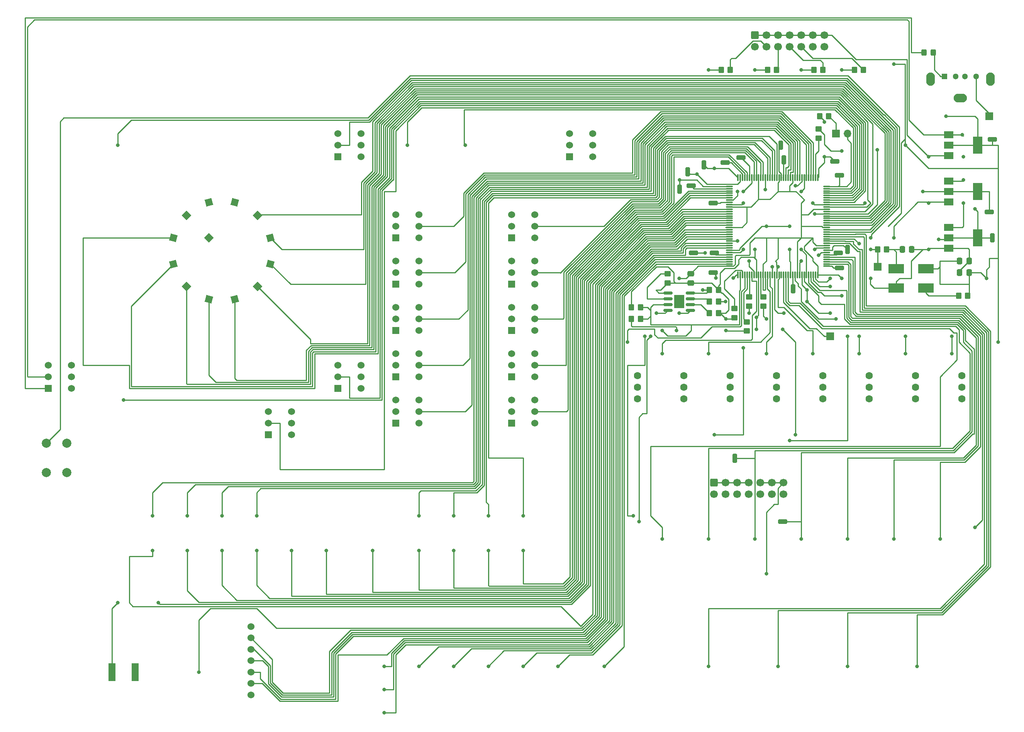
<source format=gbr>
%TF.GenerationSoftware,KiCad,Pcbnew,6.0.5-2.fc34*%
%TF.CreationDate,2022-08-23T22:10:19+03:00*%
%TF.ProjectId,spartan3,73706172-7461-46e3-932e-6b696361645f,rev?*%
%TF.SameCoordinates,Original*%
%TF.FileFunction,Copper,L2,Bot*%
%TF.FilePolarity,Positive*%
%FSLAX46Y46*%
G04 Gerber Fmt 4.6, Leading zero omitted, Abs format (unit mm)*
G04 Created by KiCad (PCBNEW 6.0.5-2.fc34) date 2022-08-23 22:10:19*
%MOMM*%
%LPD*%
G01*
G04 APERTURE LIST*
G04 Aperture macros list*
%AMRoundRect*
0 Rectangle with rounded corners*
0 $1 Rounding radius*
0 $2 $3 $4 $5 $6 $7 $8 $9 X,Y pos of 4 corners*
0 Add a 4 corners polygon primitive as box body*
4,1,4,$2,$3,$4,$5,$6,$7,$8,$9,$2,$3,0*
0 Add four circle primitives for the rounded corners*
1,1,$1+$1,$2,$3*
1,1,$1+$1,$4,$5*
1,1,$1+$1,$6,$7*
1,1,$1+$1,$8,$9*
0 Add four rect primitives between the rounded corners*
20,1,$1+$1,$2,$3,$4,$5,0*
20,1,$1+$1,$4,$5,$6,$7,0*
20,1,$1+$1,$6,$7,$8,$9,0*
20,1,$1+$1,$8,$9,$2,$3,0*%
%AMRotRect*
0 Rectangle, with rotation*
0 The origin of the aperture is its center*
0 $1 length*
0 $2 width*
0 $3 Rotation angle, in degrees counterclockwise*
0 Add horizontal line*
21,1,$1,$2,0,0,$3*%
G04 Aperture macros list end*
%TA.AperFunction,ComponentPad*%
%ADD10RotRect,1.524000X1.524000X75.000000*%
%TD*%
%TA.AperFunction,ComponentPad*%
%ADD11RotRect,1.524000X1.524000X45.000000*%
%TD*%
%TA.AperFunction,ComponentPad*%
%ADD12RotRect,1.524000X1.524000X15.000000*%
%TD*%
%TA.AperFunction,ComponentPad*%
%ADD13RotRect,1.524000X1.524000X345.000000*%
%TD*%
%TA.AperFunction,ComponentPad*%
%ADD14RotRect,1.524000X1.524000X315.000000*%
%TD*%
%TA.AperFunction,ComponentPad*%
%ADD15RotRect,1.524000X1.524000X285.000000*%
%TD*%
%TA.AperFunction,ComponentPad*%
%ADD16RotRect,1.524000X1.524000X255.000000*%
%TD*%
%TA.AperFunction,ComponentPad*%
%ADD17RotRect,1.524000X1.524000X225.000000*%
%TD*%
%TA.AperFunction,ComponentPad*%
%ADD18RotRect,1.524000X1.524000X195.000000*%
%TD*%
%TA.AperFunction,ComponentPad*%
%ADD19RotRect,1.524000X1.524000X165.000000*%
%TD*%
%TA.AperFunction,ComponentPad*%
%ADD20RotRect,1.524000X1.524000X135.000000*%
%TD*%
%TA.AperFunction,ComponentPad*%
%ADD21RotRect,1.524000X1.524000X105.000000*%
%TD*%
%TA.AperFunction,ComponentPad*%
%ADD22C,1.600000*%
%TD*%
%TA.AperFunction,ComponentPad*%
%ADD23C,1.524000*%
%TD*%
%TA.AperFunction,ComponentPad*%
%ADD24R,1.524000X1.524000*%
%TD*%
%TA.AperFunction,ComponentPad*%
%ADD25C,2.000000*%
%TD*%
%TA.AperFunction,ComponentPad*%
%ADD26R,1.500000X4.000000*%
%TD*%
%TA.AperFunction,ComponentPad*%
%ADD27R,1.524000X4.000000*%
%TD*%
%TA.AperFunction,SMDPad,CuDef*%
%ADD28R,2.290000X3.000000*%
%TD*%
%TA.AperFunction,SMDPad,CuDef*%
%ADD29RoundRect,0.150000X0.825000X0.150000X-0.825000X0.150000X-0.825000X-0.150000X0.825000X-0.150000X0*%
%TD*%
%TA.AperFunction,SMDPad,CuDef*%
%ADD30RoundRect,0.250000X-0.337500X-0.475000X0.337500X-0.475000X0.337500X0.475000X-0.337500X0.475000X0*%
%TD*%
%TA.AperFunction,SMDPad,CuDef*%
%ADD31R,2.000000X1.500000*%
%TD*%
%TA.AperFunction,SMDPad,CuDef*%
%ADD32R,2.000000X3.800000*%
%TD*%
%TA.AperFunction,SMDPad,CuDef*%
%ADD33RoundRect,0.250000X0.250000X0.750000X-0.250000X0.750000X-0.250000X-0.750000X0.250000X-0.750000X0*%
%TD*%
%TA.AperFunction,SMDPad,CuDef*%
%ADD34RoundRect,0.250000X0.350000X0.450000X-0.350000X0.450000X-0.350000X-0.450000X0.350000X-0.450000X0*%
%TD*%
%TA.AperFunction,SMDPad,CuDef*%
%ADD35RoundRect,0.075000X0.662500X0.075000X-0.662500X0.075000X-0.662500X-0.075000X0.662500X-0.075000X0*%
%TD*%
%TA.AperFunction,SMDPad,CuDef*%
%ADD36RoundRect,0.075000X0.075000X0.662500X-0.075000X0.662500X-0.075000X-0.662500X0.075000X-0.662500X0*%
%TD*%
%TA.AperFunction,SMDPad,CuDef*%
%ADD37RoundRect,0.250000X-0.450000X0.350000X-0.450000X-0.350000X0.450000X-0.350000X0.450000X0.350000X0*%
%TD*%
%TA.AperFunction,SMDPad,CuDef*%
%ADD38RoundRect,0.250000X-0.750000X0.250000X-0.750000X-0.250000X0.750000X-0.250000X0.750000X0.250000X0*%
%TD*%
%TA.AperFunction,ComponentPad*%
%ADD39R,1.700000X1.700000*%
%TD*%
%TA.AperFunction,SMDPad,CuDef*%
%ADD40RoundRect,0.250000X0.750000X-0.250000X0.750000X0.250000X-0.750000X0.250000X-0.750000X-0.250000X0*%
%TD*%
%TA.AperFunction,SMDPad,CuDef*%
%ADD41RoundRect,0.250000X-0.475000X0.337500X-0.475000X-0.337500X0.475000X-0.337500X0.475000X0.337500X0*%
%TD*%
%TA.AperFunction,SMDPad,CuDef*%
%ADD42RoundRect,0.250000X0.337500X0.475000X-0.337500X0.475000X-0.337500X-0.475000X0.337500X-0.475000X0*%
%TD*%
%TA.AperFunction,ComponentPad*%
%ADD43O,1.700000X1.700000*%
%TD*%
%TA.AperFunction,SMDPad,CuDef*%
%ADD44RoundRect,0.250000X0.325000X0.450000X-0.325000X0.450000X-0.325000X-0.450000X0.325000X-0.450000X0*%
%TD*%
%TA.AperFunction,ComponentPad*%
%ADD45RoundRect,0.250000X-0.600000X0.600000X-0.600000X-0.600000X0.600000X-0.600000X0.600000X0.600000X0*%
%TD*%
%TA.AperFunction,ComponentPad*%
%ADD46C,1.700000*%
%TD*%
%TA.AperFunction,SMDPad,CuDef*%
%ADD47RoundRect,0.250000X0.450000X-0.350000X0.450000X0.350000X-0.450000X0.350000X-0.450000X-0.350000X0*%
%TD*%
%TA.AperFunction,SMDPad,CuDef*%
%ADD48R,3.500000X2.000000*%
%TD*%
%TA.AperFunction,SMDPad,CuDef*%
%ADD49RoundRect,0.250000X-0.250000X-0.750000X0.250000X-0.750000X0.250000X0.750000X-0.250000X0.750000X0*%
%TD*%
%TA.AperFunction,ComponentPad*%
%ADD50R,1.300000X1.300000*%
%TD*%
%TA.AperFunction,ComponentPad*%
%ADD51C,1.300000*%
%TD*%
%TA.AperFunction,ComponentPad*%
%ADD52O,2.900000X1.900000*%
%TD*%
%TA.AperFunction,ComponentPad*%
%ADD53O,1.900000X2.900000*%
%TD*%
%TA.AperFunction,SMDPad,CuDef*%
%ADD54RoundRect,0.250000X-0.350000X-0.450000X0.350000X-0.450000X0.350000X0.450000X-0.350000X0.450000X0*%
%TD*%
%TA.AperFunction,ViaPad*%
%ADD55C,0.800000*%
%TD*%
%TA.AperFunction,Conductor*%
%ADD56C,0.250000*%
%TD*%
G04 APERTURE END LIST*
D10*
%TO.P,SW_read_register_0,1,1*%
%TO.N,P7*%
X33824816Y-50812991D03*
D11*
%TO.P,SW_read_register_0,2,2*%
%TO.N,unconnected-(SW_read_register_0-Pad2)*%
X36671826Y-45881826D03*
D12*
%TO.P,SW_read_register_0,3,3*%
%TO.N,unconnected-(SW_read_register_0-Pad3)*%
X41602990Y-43034816D03*
D13*
%TO.P,SW_read_register_0,4,4*%
%TO.N,Net-(D_in_none_r_0-Pad1)*%
X47297009Y-43034816D03*
D14*
%TO.P,SW_read_register_0,5,5*%
%TO.N,P18*%
X52228174Y-45881826D03*
D15*
%TO.P,SW_read_register_0,6,6*%
%TO.N,P17*%
X55075184Y-50812990D03*
D16*
%TO.P,SW_read_register_0,7,7*%
%TO.N,P16*%
X55075184Y-56507009D03*
D17*
%TO.P,SW_read_register_0,8,8*%
%TO.N,P15*%
X52228174Y-61438174D03*
D18*
%TO.P,SW_read_register_0,9,9*%
%TO.N,P14*%
X47297010Y-64285184D03*
D19*
%TO.P,SW_read_register_0,10,10*%
%TO.N,P12*%
X41602991Y-64285184D03*
D20*
%TO.P,SW_read_register_0,11,11*%
%TO.N,P10*%
X36671826Y-61438174D03*
D21*
%TO.P,SW_read_register_0,12,12*%
%TO.N,P8*%
X33824816Y-56507010D03*
D17*
%TO.P,SW_read_register_0,13,13*%
%TO.N,GND*%
X41620000Y-50830000D03*
%TD*%
D22*
%TO.P,SW_in_manual_input_o_1,1,A*%
%TO.N,GND*%
X196550000Y-86060000D03*
%TO.P,SW_in_manual_input_o_1,2,B*%
%TO.N,P41*%
X196550000Y-83520000D03*
%TO.P,SW_in_manual_input_o_1,3,C*%
%TO.N,unconnected-(SW_in_manual_input_o_1-Pad3)*%
X196550000Y-80980000D03*
%TD*%
%TO.P,SW_in_manual_input_o_2,1,A*%
%TO.N,GND*%
X186390000Y-86060000D03*
%TO.P,SW_in_manual_input_o_2,2,B*%
%TO.N,P47*%
X186390000Y-83520000D03*
%TO.P,SW_in_manual_input_o_2,3,C*%
%TO.N,unconnected-(SW_in_manual_input_o_2-Pad3)*%
X186390000Y-80980000D03*
%TD*%
D23*
%TO.P,SW_in_bus1_0,6*%
%TO.N,N/C*%
X59690000Y-88900000D03*
%TO.P,SW_in_bus1_0,5*%
X59690000Y-91440000D03*
%TO.P,SW_in_bus1_0,4*%
X59690000Y-93980000D03*
%TO.P,SW_in_bus1_0,3,C*%
%TO.N,VCC*%
X54610000Y-88900000D03*
%TO.P,SW_in_bus1_0,2,B*%
%TO.N,P4*%
X54610000Y-91440000D03*
D24*
%TO.P,SW_in_bus1_0,1,A*%
%TO.N,GND*%
X54610000Y-93980000D03*
%TD*%
D23*
%TO.P,SW_in_is_bus1_w_0,6*%
%TO.N,N/C*%
X74930000Y-78740000D03*
%TO.P,SW_in_is_bus1_w_0,5*%
X74930000Y-81280000D03*
%TO.P,SW_in_is_bus1_w_0,4*%
X74930000Y-83820000D03*
%TO.P,SW_in_is_bus1_w_0,3,C*%
%TO.N,unconnected-(SW_in_is_bus1_w_0-Pad3)*%
X69850000Y-78740000D03*
%TO.P,SW_in_is_bus1_w_0,2,B*%
%TO.N,P6*%
X69850000Y-81280000D03*
D24*
%TO.P,SW_in_is_bus1_w_0,1,A*%
%TO.N,GND*%
X69850000Y-83820000D03*
%TD*%
D22*
%TO.P,SW_in_manual_input_o_0,1,A*%
%TO.N,GND*%
X206710000Y-86060000D03*
%TO.P,SW_in_manual_input_o_0,2,B*%
%TO.N,P38*%
X206710000Y-83520000D03*
%TO.P,SW_in_manual_input_o_0,3,C*%
%TO.N,unconnected-(SW_in_manual_input_o_0-Pad3)*%
X206710000Y-80980000D03*
%TD*%
D23*
%TO.P,SW_pwr_0,6*%
%TO.N,N/C*%
X11430000Y-78740000D03*
%TO.P,SW_pwr_0,5*%
X11430000Y-81280000D03*
%TO.P,SW_pwr_0,4*%
X11430000Y-83820000D03*
%TO.P,SW_pwr_0,3,C*%
%TO.N,unconnected-(SW_pwr_0-Pad3)*%
X6350000Y-78740000D03*
%TO.P,SW_pwr_0,2,B*%
%TO.N,Net-(SW_pwr_0-Pad2)*%
X6350000Y-81280000D03*
D24*
%TO.P,SW_pwr_0,1,A*%
%TO.N,Net-(F_pwr_0-Pad2)*%
X6350000Y-83820000D03*
%TD*%
D23*
%TO.P,SW_in_r2_w_0,6,C*%
%TO.N,unconnected-(SW_in_r2_w_0-Pad6)*%
X113030000Y-76200000D03*
%TO.P,SW_in_r2_w_0,5,B*%
%TO.N,P119*%
X113030000Y-78740000D03*
%TO.P,SW_in_r2_w_0,4,A*%
%TO.N,GND*%
X113030000Y-81280000D03*
%TO.P,SW_in_r2_w_0,3*%
%TO.N,N/C*%
X107950000Y-76200000D03*
%TO.P,SW_in_r2_w_0,2*%
X107950000Y-78740000D03*
D24*
%TO.P,SW_in_r2_w_0,1*%
X107950000Y-81280000D03*
%TD*%
D23*
%TO.P,SW_in_r3_w_0,6,C*%
%TO.N,unconnected-(SW_in_r3_w_0-Pad6)*%
X113030000Y-86360000D03*
%TO.P,SW_in_r3_w_0,5,B*%
%TO.N,P117*%
X113030000Y-88900000D03*
%TO.P,SW_in_r3_w_0,4,A*%
%TO.N,GND*%
X113030000Y-91440000D03*
%TO.P,SW_in_r3_w_0,3*%
%TO.N,N/C*%
X107950000Y-86360000D03*
%TO.P,SW_in_r3_w_0,2*%
X107950000Y-88900000D03*
D24*
%TO.P,SW_in_r3_w_0,1*%
X107950000Y-91440000D03*
%TD*%
D22*
%TO.P,SW_in_manual_input_o_7,1,A*%
%TO.N,GND*%
X135590000Y-86060000D03*
%TO.P,SW_in_manual_input_o_7,2,B*%
%TO.N,P69*%
X135590000Y-83520000D03*
%TO.P,SW_in_manual_input_o_7,3,C*%
%TO.N,unconnected-(SW_in_manual_input_o_7-Pad3)*%
X135590000Y-80980000D03*
%TD*%
D23*
%TO.P,SW_in_acc_w_0,6,C*%
%TO.N,unconnected-(SW_in_acc_w_0-Pad6)*%
X87630000Y-66040000D03*
%TO.P,SW_in_acc_w_0,5,B*%
%TO.N,P140*%
X87630000Y-68580000D03*
%TO.P,SW_in_acc_w_0,4,A*%
%TO.N,GND*%
X87630000Y-71120000D03*
%TO.P,SW_in_acc_w_0,3*%
%TO.N,N/C*%
X82550000Y-66040000D03*
%TO.P,SW_in_acc_w_0,2*%
X82550000Y-68580000D03*
D24*
%TO.P,SW_in_acc_w_0,1*%
X82550000Y-71120000D03*
%TD*%
D22*
%TO.P,SW_in_manual_input_o_6,1,A*%
%TO.N,GND*%
X145750000Y-86060000D03*
%TO.P,SW_in_manual_input_o_6,2,B*%
%TO.N,P66*%
X145750000Y-83520000D03*
%TO.P,SW_in_manual_input_o_6,3,C*%
%TO.N,unconnected-(SW_in_manual_input_o_6-Pad3)*%
X145750000Y-80980000D03*
%TD*%
%TO.P,SW_in_manual_input_o_4,1,A*%
%TO.N,GND*%
X166070000Y-86060000D03*
%TO.P,SW_in_manual_input_o_4,2,B*%
%TO.N,P58*%
X166070000Y-83520000D03*
%TO.P,SW_in_manual_input_o_4,3,C*%
%TO.N,unconnected-(SW_in_manual_input_o_4-Pad3)*%
X166070000Y-80980000D03*
%TD*%
D23*
%TO.P,SW_in_ir_w_0,6,C*%
%TO.N,unconnected-(SW_in_ir_w_0-Pad6)*%
X87630000Y-55880000D03*
%TO.P,SW_in_ir_w_0,5,B*%
%TO.N,P141*%
X87630000Y-58420000D03*
%TO.P,SW_in_ir_w_0,4,A*%
%TO.N,GND*%
X87630000Y-60960000D03*
%TO.P,SW_in_ir_w_0,3*%
%TO.N,N/C*%
X82550000Y-55880000D03*
%TO.P,SW_in_ir_w_0,2*%
X82550000Y-58420000D03*
D24*
%TO.P,SW_in_ir_w_0,1*%
X82550000Y-60960000D03*
%TD*%
D23*
%TO.P,SW_in_ram_a_w_0,6,C*%
%TO.N,unconnected-(SW_in_ram_a_w_0-Pad6)*%
X87630000Y-76200000D03*
%TO.P,SW_in_ram_a_w_0,5,B*%
%TO.N,P139*%
X87630000Y-78740000D03*
%TO.P,SW_in_ram_a_w_0,4,A*%
%TO.N,GND*%
X87630000Y-81280000D03*
%TO.P,SW_in_ram_a_w_0,3*%
%TO.N,N/C*%
X82550000Y-76200000D03*
%TO.P,SW_in_ram_a_w_0,2*%
X82550000Y-78740000D03*
D24*
%TO.P,SW_in_ram_a_w_0,1*%
X82550000Y-81280000D03*
%TD*%
D23*
%TO.P,SW_in_write_reg_en_0,6*%
%TO.N,N/C*%
X125730000Y-27940000D03*
%TO.P,SW_in_write_reg_en_0,5*%
X125730000Y-30480000D03*
%TO.P,SW_in_write_reg_en_0,4*%
X125730000Y-33020000D03*
%TO.P,SW_in_write_reg_en_0,3,C*%
%TO.N,unconnected-(SW_in_write_reg_en_0-Pad3)*%
X120650000Y-27940000D03*
%TO.P,SW_in_write_reg_en_0,2,B*%
%TO.N,P2*%
X120650000Y-30480000D03*
D24*
%TO.P,SW_in_write_reg_en_0,1,A*%
%TO.N,GND*%
X120650000Y-33020000D03*
%TD*%
D22*
%TO.P,SW_in_manual_input_o_3,1,A*%
%TO.N,GND*%
X176230000Y-86060000D03*
%TO.P,SW_in_manual_input_o_3,2,B*%
%TO.N,P54*%
X176230000Y-83520000D03*
%TO.P,SW_in_manual_input_o_3,3,C*%
%TO.N,unconnected-(SW_in_manual_input_o_3-Pad3)*%
X176230000Y-80980000D03*
%TD*%
D23*
%TO.P,SW_in_r1_w_0,6,C*%
%TO.N,unconnected-(SW_in_r1_w_0-Pad6)*%
X113030000Y-66040000D03*
%TO.P,SW_in_r1_w_0,5,B*%
%TO.N,P120*%
X113030000Y-68580000D03*
%TO.P,SW_in_r1_w_0,4,A*%
%TO.N,GND*%
X113030000Y-71120000D03*
%TO.P,SW_in_r1_w_0,3*%
%TO.N,N/C*%
X107950000Y-66040000D03*
%TO.P,SW_in_r1_w_0,2*%
X107950000Y-68580000D03*
D24*
%TO.P,SW_in_r1_w_0,1*%
X107950000Y-71120000D03*
%TD*%
D23*
%TO.P,SW_in_r0_w_0,6,C*%
%TO.N,unconnected-(SW_in_r0_w_0-Pad6)*%
X113030000Y-55880000D03*
%TO.P,SW_in_r0_w_0,5,B*%
%TO.N,P122*%
X113030000Y-58420000D03*
%TO.P,SW_in_r0_w_0,4,A*%
%TO.N,GND*%
X113030000Y-60960000D03*
%TO.P,SW_in_r0_w_0,3*%
%TO.N,N/C*%
X107950000Y-55880000D03*
%TO.P,SW_in_r0_w_0,2*%
X107950000Y-58420000D03*
D24*
%TO.P,SW_in_r0_w_0,1*%
X107950000Y-60960000D03*
%TD*%
D23*
%TO.P,SW_in_temp_w_0,6,C*%
%TO.N,unconnected-(SW_in_temp_w_0-Pad6)*%
X113030000Y-45720000D03*
%TO.P,SW_in_temp_w_0,5,B*%
%TO.N,P123*%
X113030000Y-48260000D03*
%TO.P,SW_in_temp_w_0,4,A*%
%TO.N,GND*%
X113030000Y-50800000D03*
%TO.P,SW_in_temp_w_0,3*%
%TO.N,N/C*%
X107950000Y-45720000D03*
%TO.P,SW_in_temp_w_0,2*%
X107950000Y-48260000D03*
D24*
%TO.P,SW_in_temp_w_0,1*%
X107950000Y-50800000D03*
%TD*%
D22*
%TO.P,SW_in_manual_input_o_5,1,A*%
%TO.N,GND*%
X155910000Y-86060000D03*
%TO.P,SW_in_manual_input_o_5,2,B*%
%TO.N,P59*%
X155910000Y-83520000D03*
%TO.P,SW_in_manual_input_o_5,3,C*%
%TO.N,unconnected-(SW_in_manual_input_o_5-Pad3)*%
X155910000Y-80980000D03*
%TD*%
D25*
%TO.P,SW_reset_0,1,1*%
%TO.N,P24*%
X5967500Y-95810000D03*
X5967500Y-102310000D03*
%TO.P,SW_reset_0,2,2*%
%TO.N,GND*%
X10467500Y-102310000D03*
X10467500Y-95810000D03*
%TD*%
D26*
%TO.P,SW_in_clk_manual_0,1,1*%
%TO.N,P95*%
X20320000Y-146050000D03*
D27*
%TO.P,SW_in_clk_manual_0,2,2*%
%TO.N,GND*%
X25400000Y-146050000D03*
%TD*%
D23*
%TO.P,SW_in_ram_w_0,6,C*%
%TO.N,unconnected-(SW_in_ram_w_0-Pad6)*%
X87630000Y-86360000D03*
%TO.P,SW_in_ram_w_0,5,B*%
%TO.N,P136*%
X87630000Y-88900000D03*
%TO.P,SW_in_ram_w_0,4,A*%
%TO.N,GND*%
X87630000Y-91440000D03*
%TO.P,SW_in_ram_w_0,3*%
%TO.N,N/C*%
X82550000Y-86360000D03*
%TO.P,SW_in_ram_w_0,2*%
X82550000Y-88900000D03*
D24*
%TO.P,SW_in_ram_w_0,1*%
X82550000Y-91440000D03*
%TD*%
D23*
%TO.P,SW_in_iar_w_0,6,C*%
%TO.N,unconnected-(SW_in_iar_w_0-Pad6)*%
X87630000Y-45720000D03*
%TO.P,SW_in_iar_w_0,5,B*%
%TO.N,P142*%
X87630000Y-48260000D03*
%TO.P,SW_in_iar_w_0,4,A*%
%TO.N,GND*%
X87630000Y-50800000D03*
%TO.P,SW_in_iar_w_0,3*%
%TO.N,N/C*%
X82550000Y-45720000D03*
%TO.P,SW_in_iar_w_0,2*%
X82550000Y-48260000D03*
D24*
%TO.P,SW_in_iar_w_0,1*%
X82550000Y-50800000D03*
%TD*%
D23*
%TO.P,U1_clk_select_0,1,Common*%
%TO.N,GND*%
X50800000Y-136010000D03*
%TO.P,U1_clk_select_0,2,P1*%
%TO.N,P92*%
X50800000Y-138510000D03*
%TO.P,U1_clk_select_0,3,P2*%
%TO.N,P91*%
X50800000Y-141010000D03*
%TO.P,U1_clk_select_0,4,P3*%
%TO.N,P89*%
X50800000Y-143510000D03*
%TO.P,U1_clk_select_0,5,P4*%
%TO.N,P88*%
X50800000Y-146010000D03*
%TO.P,U1_clk_select_0,6,P5*%
%TO.N,P87*%
X50800000Y-148510000D03*
%TO.P,U1_clk_select_0,7,Common*%
%TO.N,GND*%
X50800000Y-151010000D03*
%TD*%
%TO.P,SW_in_read_reg_en_0,6*%
%TO.N,N/C*%
X74930000Y-27940000D03*
%TO.P,SW_in_read_reg_en_0,5*%
X74930000Y-30480000D03*
%TO.P,SW_in_read_reg_en_0,4*%
X74930000Y-33020000D03*
%TO.P,SW_in_read_reg_en_0,3,C*%
%TO.N,unconnected-(SW_in_read_reg_en_0-Pad3)*%
X69850000Y-27940000D03*
%TO.P,SW_in_read_reg_en_0,2,B*%
%TO.N,P20*%
X69850000Y-30480000D03*
D24*
%TO.P,SW_in_read_reg_en_0,1,A*%
%TO.N,GND*%
X69850000Y-33020000D03*
%TD*%
D28*
%TO.P,U_eeprom_0,9*%
%TO.N,N/C*%
X144715000Y-64770000D03*
D29*
%TO.P,U_eeprom_0,8,Vcc*%
%TO.N,VCC*%
X142240000Y-62865000D03*
%TO.P,U_eeprom_0,7,HOLD#*%
%TO.N,Net-(R_eeprom_hold_0-Pad1)*%
X142240000Y-64135000D03*
%TO.P,U_eeprom_0,6,C*%
%TO.N,CCLK*%
X142240000Y-65405000D03*
%TO.P,U_eeprom_0,5,DQ0*%
%TO.N,P44*%
X142240000Y-66675000D03*
%TO.P,U_eeprom_0,4,Vss*%
%TO.N,GND*%
X147190000Y-66675000D03*
%TO.P,U_eeprom_0,3,W#*%
%TO.N,Net-(R_eeprom_w_0-Pad2)*%
X147190000Y-65405000D03*
%TO.P,U_eeprom_0,2,DQ1*%
%TO.N,Net-(R__eeprom_dq1_0-Pad2)*%
X147190000Y-64135000D03*
%TO.P,U_eeprom_0,1,S#*%
%TO.N,P39*%
X147190000Y-62865000D03*
%TD*%
D30*
%TO.P,C_clk_0,1*%
%TO.N,VCC*%
X206205000Y-55880000D03*
%TO.P,C_clk_0,2*%
%TO.N,GND*%
X208280000Y-55880000D03*
%TD*%
D31*
%TO.P,U_pwr_vcc_0,1,GND*%
%TO.N,GND*%
X203860000Y-32780000D03*
%TO.P,U_pwr_vcc_0,2,VO*%
%TO.N,VCC*%
X203860000Y-30480000D03*
D32*
X210160000Y-30480000D03*
D31*
%TO.P,U_pwr_vcc_0,3,VI*%
%TO.N,Net-(SW_pwr_0-Pad2)*%
X203860000Y-28180000D03*
%TD*%
D33*
%TO.P,J_P128_0,1,Pin_1*%
%TO.N,P128*%
X167005000Y-30480000D03*
%TD*%
D34*
%TO.P,R__eeprom_dq1_0,1*%
%TO.N,D0_DIN*%
X153335000Y-64770000D03*
%TO.P,R__eeprom_dq1_0,2*%
%TO.N,Net-(R__eeprom_dq1_0-Pad2)*%
X151335000Y-64770000D03*
%TD*%
D35*
%TO.P,U_FPGA_0,1,PROG_B*%
%TO.N,P1*%
X177032500Y-39510000D03*
%TO.P,U_FPGA_0,2,IO_L01P_3*%
%TO.N,P2*%
X177032500Y-40010000D03*
%TO.P,U_FPGA_0,3,IO_L01N_3*%
%TO.N,P3*%
X177032500Y-40510000D03*
%TO.P,U_FPGA_0,4,IO_L02P_3*%
%TO.N,P4*%
X177032500Y-41010000D03*
%TO.P,U_FPGA_0,5,IO_L02N_3_VREF*%
%TO.N,P5*%
X177032500Y-41510000D03*
%TO.P,U_FPGA_0,6,IP_2_3*%
%TO.N,P6*%
X177032500Y-42010000D03*
%TO.P,U_FPGA_0,7,IO_L03P_3*%
%TO.N,P7*%
X177032500Y-42510000D03*
%TO.P,U_FPGA_0,8,IO_L03N_3*%
%TO.N,P8*%
X177032500Y-43010000D03*
%TO.P,U_FPGA_0,9,VCCINT1*%
%TO.N,VCC_core*%
X177032500Y-43510000D03*
%TO.P,U_FPGA_0,10,IO_11_3*%
%TO.N,P10*%
X177032500Y-44010000D03*
%TO.P,U_FPGA_0,11,GND1*%
%TO.N,GND*%
X177032500Y-44510000D03*
%TO.P,U_FPGA_0,12,IP_6_3_VREF*%
%TO.N,P12*%
X177032500Y-45010000D03*
%TO.P,U_FPGA_0,13,VCCO3_1*%
%TO.N,VCC*%
X177032500Y-45510000D03*
%TO.P,U_FPGA_0,14,IO_L04P_3_LHCLK0*%
%TO.N,P14*%
X177032500Y-46010000D03*
%TO.P,U_FPGA_0,15,IO_L04N_3_LHCLK1*%
%TO.N,P15*%
X177032500Y-46510000D03*
%TO.P,U_FPGA_0,16,IO_L05P_3_LHCLK2*%
%TO.N,P16*%
X177032500Y-47010000D03*
%TO.P,U_FPGA_0,17,IO_L05N_3_LHCLK3*%
%TO.N,P17*%
X177032500Y-47510000D03*
%TO.P,U_FPGA_0,18,IP_3_3*%
%TO.N,P18*%
X177032500Y-48010000D03*
%TO.P,U_FPGA_0,19,GND2*%
%TO.N,GND*%
X177032500Y-48510000D03*
%TO.P,U_FPGA_0,20,IO_L06P_3_LHCLK4*%
%TO.N,P20*%
X177032500Y-49010000D03*
%TO.P,U_FPGA_0,21,IO_L06N_3_LHCLK5*%
%TO.N,P21*%
X177032500Y-49510000D03*
%TO.P,U_FPGA_0,22,IO_L07P_3_LHCLK6*%
%TO.N,P22*%
X177032500Y-50010000D03*
%TO.P,U_FPGA_0,23,IO_L07N_3_LHCLK7*%
%TO.N,P23*%
X177032500Y-50510000D03*
%TO.P,U_FPGA_0,24,IP_4_3*%
%TO.N,P24*%
X177032500Y-51010000D03*
%TO.P,U_FPGA_0,25,IO_L08P_3*%
%TO.N,P25*%
X177032500Y-51510000D03*
%TO.P,U_FPGA_0,26,IO_L08N_3*%
%TO.N,P26*%
X177032500Y-52010000D03*
%TO.P,U_FPGA_0,27,GND3*%
%TO.N,GND*%
X177032500Y-52510000D03*
%TO.P,U_FPGA_0,28,VCCO3_2*%
%TO.N,VCC*%
X177032500Y-53010000D03*
%TO.P,U_FPGA_0,29,IO_12_3*%
%TO.N,P29*%
X177032500Y-53510000D03*
%TO.P,U_FPGA_0,30,VCCAUX1*%
%TO.N,VCC_aux*%
X177032500Y-54010000D03*
%TO.P,U_FPGA_0,31,IP_1_3_VREF*%
%TO.N,P31*%
X177032500Y-54510000D03*
%TO.P,U_FPGA_0,32,IO_L09P_3*%
%TO.N,P32*%
X177032500Y-55010000D03*
%TO.P,U_FPGA_0,33,IO_L09N_3*%
%TO.N,P33*%
X177032500Y-55510000D03*
%TO.P,U_FPGA_0,34,IO_L10P_3*%
%TO.N,P34*%
X177032500Y-56010000D03*
%TO.P,U_FPGA_0,35,IO_L10N_3*%
%TO.N,P35*%
X177032500Y-56510000D03*
%TO.P,U_FPGA_0,36,IP_5_3*%
%TO.N,P36*%
X177032500Y-57010000D03*
D36*
%TO.P,U_FPGA_0,37,GND4*%
%TO.N,GND*%
X175120000Y-58922500D03*
%TO.P,U_FPGA_0,38,IP_2_2*%
%TO.N,P38*%
X174620000Y-58922500D03*
%TO.P,U_FPGA_0,39,IO_L01P_2_CSOB*%
%TO.N,P39*%
X174120000Y-58922500D03*
%TO.P,U_FPGA_0,40,INIT_B*%
%TO.N,INIT_B*%
X173620000Y-58922500D03*
%TO.P,U_FPGA_0,41,IP_3_2*%
%TO.N,P41*%
X173120000Y-58922500D03*
%TO.P,U_FPGA_0,42,VCCO2_1*%
%TO.N,VCC*%
X172620000Y-58922500D03*
%TO.P,U_FPGA_0,43,DOUT_BUSY*%
%TO.N,DOUT_BUSY*%
X172120000Y-58922500D03*
%TO.P,U_FPGA_0,44,IO_L02N_2_MOSI*%
%TO.N,P44*%
X171620000Y-58922500D03*
%TO.P,U_FPGA_0,45,VCCINT2*%
%TO.N,VCC_core*%
X171120000Y-58922500D03*
%TO.P,U_FPGA_0,46,GND5*%
%TO.N,GND*%
X170620000Y-58922500D03*
%TO.P,U_FPGA_0,47,IP_L03P_2*%
%TO.N,P47*%
X170120000Y-58922500D03*
%TO.P,U_FPGA_0,48,IP_L03N_2_VREF_2*%
%TO.N,P48*%
X169620000Y-58922500D03*
%TO.P,U_FPGA_0,49,VCCO2_2*%
%TO.N,VCC*%
X169120000Y-58922500D03*
%TO.P,U_FPGA_0,50,IO_L04P_2_GCLK12*%
%TO.N,P50*%
X168620000Y-58922500D03*
%TO.P,U_FPGA_0,51,IO_L04N_2_GCLK13*%
%TO.N,P51*%
X168120000Y-58922500D03*
%TO.P,U_FPGA_0,52,IO_1_2*%
%TO.N,P52*%
X167620000Y-58922500D03*
%TO.P,U_FPGA_0,53,IO_L05P_2_GCLK14*%
%TO.N,P53*%
X167120000Y-58922500D03*
%TO.P,U_FPGA_0,54,IO_L05N_2_GCLK15*%
%TO.N,P54*%
X166620000Y-58922500D03*
%TO.P,U_FPGA_0,55,GND6*%
%TO.N,GND*%
X166120000Y-58922500D03*
%TO.P,U_FPGA_0,56,IP_L06P_2_GCLK0*%
%TO.N,P56*%
X165620000Y-58922500D03*
%TO.P,U_FPGA_0,57,M2*%
%TO.N,GND*%
X165120000Y-58922500D03*
%TO.P,U_FPGA_0,58,IO_L07P_2_GCLK2*%
%TO.N,P58*%
X164620000Y-58922500D03*
%TO.P,U_FPGA_0,59,IO_L07N_2_GCLK3*%
%TO.N,P59*%
X164120000Y-58922500D03*
%TO.P,U_FPGA_0,60,M1*%
%TO.N,GND*%
X163620000Y-58922500D03*
%TO.P,U_FPGA_0,61,GND7*%
X163120000Y-58922500D03*
%TO.P,U_FPGA_0,62,M0*%
%TO.N,M0*%
X162620000Y-58922500D03*
%TO.P,U_FPGA_0,63,D0_DIN*%
%TO.N,D0_DIN*%
X162120000Y-58922500D03*
%TO.P,U_FPGA_0,64,VCCO2_3*%
%TO.N,VCC*%
X161620000Y-58922500D03*
%TO.P,U_FPGA_0,65,VCCAUX2*%
%TO.N,VCC_aux*%
X161120000Y-58922500D03*
%TO.P,U_FPGA_0,66,IP_1_2_VREF*%
%TO.N,P66*%
X160620000Y-58922500D03*
%TO.P,U_FPGA_0,67,IO_L09P_2_VS2*%
%TO.N,P67*%
X160120000Y-58922500D03*
%TO.P,U_FPGA_0,68,IO_L09N_2_VS1*%
%TO.N,P68*%
X159620000Y-58922500D03*
%TO.P,U_FPGA_0,69,IP_4_2*%
%TO.N,P69*%
X159120000Y-58922500D03*
%TO.P,U_FPGA_0,70,IO_L10P_2_VS0*%
%TO.N,P70*%
X158620000Y-58922500D03*
%TO.P,U_FPGA_0,71,CCLK*%
%TO.N,CCLK*%
X158120000Y-58922500D03*
%TO.P,U_FPGA_0,72,DONE*%
%TO.N,DONE*%
X157620000Y-58922500D03*
D35*
%TO.P,U_FPGA_0,73,GND8*%
%TO.N,GND*%
X155707500Y-57010000D03*
%TO.P,U_FPGA_0,74,IO_L01P_1*%
%TO.N,P74*%
X155707500Y-56510000D03*
%TO.P,U_FPGA_0,75,IO_L01N_1*%
%TO.N,P75*%
X155707500Y-56010000D03*
%TO.P,U_FPGA_0,76,IO_L02P_1*%
%TO.N,P76*%
X155707500Y-55510000D03*
%TO.P,U_FPGA_0,77,IO_L02N_1*%
%TO.N,P77*%
X155707500Y-55010000D03*
%TO.P,U_FPGA_0,78,IP_1_1*%
%TO.N,P78*%
X155707500Y-54510000D03*
%TO.P,U_FPGA_0,79,VCCO1_1*%
%TO.N,VCC*%
X155707500Y-54010000D03*
%TO.P,U_FPGA_0,80,VCCINT3*%
%TO.N,VCC_core*%
X155707500Y-53510000D03*
%TO.P,U_FPGA_0,81,IO_L03P_1*%
%TO.N,P81*%
X155707500Y-53010000D03*
%TO.P,U_FPGA_0,82,IO_L03N_1*%
%TO.N,P82*%
X155707500Y-52510000D03*
%TO.P,U_FPGA_0,83,IO_2_1_VREF*%
%TO.N,P83*%
X155707500Y-52010000D03*
%TO.P,U_FPGA_0,84,IP_2_1*%
%TO.N,P84*%
X155707500Y-51510000D03*
%TO.P,U_FPGA_0,85,IO_L04P_1_RHCLK0*%
%TO.N,P85*%
X155707500Y-51010000D03*
%TO.P,U_FPGA_0,86,IO_L04N_1_RHCLK1*%
%TO.N,P86*%
X155707500Y-50510000D03*
%TO.P,U_FPGA_0,87,IO_L05P_1_RHCLK2*%
%TO.N,P87*%
X155707500Y-50010000D03*
%TO.P,U_FPGA_0,88,IO_L05N_1_RHCLK3*%
%TO.N,P88*%
X155707500Y-49510000D03*
%TO.P,U_FPGA_0,89,IP_3_1*%
%TO.N,P89*%
X155707500Y-49010000D03*
%TO.P,U_FPGA_0,90,GND9*%
%TO.N,GND*%
X155707500Y-48510000D03*
%TO.P,U_FPGA_0,91,IO_L06P_1_RHCLK4*%
%TO.N,P91*%
X155707500Y-48010000D03*
%TO.P,U_FPGA_0,92,IO_L06N_1_RHCLK5*%
%TO.N,P92*%
X155707500Y-47510000D03*
%TO.P,U_FPGA_0,93,IO_L07P_1_RHCLK6*%
%TO.N,P93*%
X155707500Y-47010000D03*
%TO.P,U_FPGA_0,94,IO_L07N_1_RHCLK7*%
%TO.N,P94*%
X155707500Y-46510000D03*
%TO.P,U_FPGA_0,95,IP_6_1_VREF*%
%TO.N,P95*%
X155707500Y-46010000D03*
%TO.P,U_FPGA_0,96,IO_L08P_1*%
%TO.N,P96*%
X155707500Y-45510000D03*
%TO.P,U_FPGA_0,97,IO_L08N_1*%
%TO.N,P97*%
X155707500Y-45010000D03*
%TO.P,U_FPGA_0,98,IO_1_1*%
%TO.N,P98*%
X155707500Y-44510000D03*
%TO.P,U_FPGA_0,99,GND10*%
%TO.N,GND*%
X155707500Y-44010000D03*
%TO.P,U_FPGA_0,100,VCCO1_2*%
%TO.N,VCC*%
X155707500Y-43510000D03*
%TO.P,U_FPGA_0,101,IP_4_1*%
%TO.N,P101*%
X155707500Y-43010000D03*
%TO.P,U_FPGA_0,102,VCCAUX3*%
%TO.N,VCC_aux*%
X155707500Y-42510000D03*
%TO.P,U_FPGA_0,103,IO_L09P_1*%
%TO.N,P103*%
X155707500Y-42010000D03*
%TO.P,U_FPGA_0,104,IO_L09N_1*%
%TO.N,P104*%
X155707500Y-41510000D03*
%TO.P,U_FPGA_0,105,IO_L10P_1*%
%TO.N,P105*%
X155707500Y-41010000D03*
%TO.P,U_FPGA_0,106,IO_L10N_1*%
%TO.N,P106*%
X155707500Y-40510000D03*
%TO.P,U_FPGA_0,107,IP_5_1*%
%TO.N,P107*%
X155707500Y-40010000D03*
%TO.P,U_FPGA_0,108,TMS*%
%TO.N,P108*%
X155707500Y-39510000D03*
D36*
%TO.P,U_FPGA_0,109,TDO*%
%TO.N,P109*%
X157620000Y-37597500D03*
%TO.P,U_FPGA_0,110,TCK*%
%TO.N,P110*%
X158120000Y-37597500D03*
%TO.P,U_FPGA_0,111,IP_1_0*%
%TO.N,P111*%
X158620000Y-37597500D03*
%TO.P,U_FPGA_0,112,IO_L01P_0*%
%TO.N,P112*%
X159120000Y-37597500D03*
%TO.P,U_FPGA_0,113,IO_L01N_0*%
%TO.N,P113*%
X159620000Y-37597500D03*
%TO.P,U_FPGA_0,114,IP_2_0*%
%TO.N,P114*%
X160120000Y-37597500D03*
%TO.P,U_FPGA_0,115,VCCINT4*%
%TO.N,VCC_core*%
X160620000Y-37597500D03*
%TO.P,U_FPGA_0,116,IO_L02P_0*%
%TO.N,P116*%
X161120000Y-37597500D03*
%TO.P,U_FPGA_0,117,IO_L02N_0*%
%TO.N,P117*%
X161620000Y-37597500D03*
%TO.P,U_FPGA_0,118,GND11*%
%TO.N,GND*%
X162120000Y-37597500D03*
%TO.P,U_FPGA_0,119,IP_L03P_0*%
%TO.N,P119*%
X162620000Y-37597500D03*
%TO.P,U_FPGA_0,120,IP_L03N_0*%
%TO.N,P120*%
X163120000Y-37597500D03*
%TO.P,U_FPGA_0,121,VCCO0_1*%
%TO.N,VCC*%
X163620000Y-37597500D03*
%TO.P,U_FPGA_0,122,IO_L04P_0_GCLK4*%
%TO.N,P122*%
X164120000Y-37597500D03*
%TO.P,U_FPGA_0,123,IO_L04N_0_GCLK5*%
%TO.N,P123*%
X164620000Y-37597500D03*
%TO.P,U_FPGA_0,124,IO_2_0_VREF*%
%TO.N,P124*%
X165120000Y-37597500D03*
%TO.P,U_FPGA_0,125,IO_L05P_0_GCLK6*%
%TO.N,P125*%
X165620000Y-37597500D03*
%TO.P,U_FPGA_0,126,IO_L05N_0_GCLK7*%
%TO.N,P126*%
X166120000Y-37597500D03*
%TO.P,U_FPGA_0,127,GND12*%
%TO.N,GND*%
X166620000Y-37597500D03*
%TO.P,U_FPGA_0,128,IP_L06P_0_GCLK8*%
%TO.N,P128*%
X167120000Y-37597500D03*
%TO.P,U_FPGA_0,129,IP_L06N_0_GCLK9*%
%TO.N,P129*%
X167620000Y-37597500D03*
%TO.P,U_FPGA_0,130,IO_L07P_0_GCLK10*%
%TO.N,P130*%
X168120000Y-37597500D03*
%TO.P,U_FPGA_0,131,IO_L07N_0_GCLK11*%
%TO.N,P131*%
X168620000Y-37597500D03*
%TO.P,U_FPGA_0,132,IO_1_0*%
%TO.N,P132*%
X169120000Y-37597500D03*
%TO.P,U_FPGA_0,133,GND13*%
%TO.N,GND*%
X169620000Y-37597500D03*
%TO.P,U_FPGA_0,134,IO_L08P_0*%
%TO.N,P134*%
X170120000Y-37597500D03*
%TO.P,U_FPGA_0,135,IO_L08N_0_VREF_0*%
%TO.N,P135*%
X170620000Y-37597500D03*
%TO.P,U_FPGA_0,136,IP_3_0*%
%TO.N,P136*%
X171120000Y-37597500D03*
%TO.P,U_FPGA_0,137,VCCAUX4*%
%TO.N,VCC_aux*%
X171620000Y-37597500D03*
%TO.P,U_FPGA_0,138,VCCO0_2*%
%TO.N,VCC*%
X172120000Y-37597500D03*
%TO.P,U_FPGA_0,139,IO_L09P_0*%
%TO.N,P139*%
X172620000Y-37597500D03*
%TO.P,U_FPGA_0,140,IO_L09N_0*%
%TO.N,P140*%
X173120000Y-37597500D03*
%TO.P,U_FPGA_0,141,IP_4_0*%
%TO.N,P141*%
X173620000Y-37597500D03*
%TO.P,U_FPGA_0,142,IO_L10P_0*%
%TO.N,P142*%
X174120000Y-37597500D03*
%TO.P,U_FPGA_0,143,HSWAP_EN*%
%TO.N,HSWAP_EN*%
X174620000Y-37597500D03*
%TO.P,U_FPGA_0,144,TDI*%
%TO.N,P144*%
X175120000Y-37597500D03*
%TD*%
D37*
%TO.P,R_M_0,1*%
%TO.N,M0*%
X163195000Y-63770000D03*
%TO.P,R_M_0,2*%
%TO.N,VCC*%
X163195000Y-65770000D03*
%TD*%
D30*
%TO.P,C_clk_out_0,1*%
%TO.N,Net-(C_clk_out_0-Pad1)*%
X193653500Y-53340000D03*
%TO.P,C_clk_out_0,2*%
%TO.N,GND*%
X195728500Y-53340000D03*
%TD*%
D34*
%TO.P,R_JTAG_TMS_0,1*%
%TO.N,Net-(P_JTAG_FPGA_0-Pad4)*%
X155940000Y-13970000D03*
%TO.P,R_JTAG_TMS_0,2*%
%TO.N,P108*%
X153940000Y-13970000D03*
%TD*%
D33*
%TO.P,J_TDO_0,1,Pin_1*%
%TO.N,P109*%
X150114000Y-34798000D03*
%TD*%
D38*
%TO.P,J_P101_0,1,Pin_1*%
%TO.N,P101*%
X152146000Y-43180000D03*
%TD*%
D39*
%TO.P,J_OUT_USART1_TX_0,1,Pin_1*%
%TO.N,P52*%
X177800000Y-72390000D03*
%TD*%
D37*
%TO.P,R_VS_0,1*%
%TO.N,P70*%
X156845000Y-66310000D03*
%TO.P,R_VS_0,2*%
%TO.N,VCC*%
X156845000Y-68310000D03*
%TD*%
D34*
%TO.P,R_JTAG_TDI_0,1*%
%TO.N,Net-(P_JTAG_FPGA_0-Pad10)*%
X185150000Y-13970000D03*
%TO.P,R_JTAG_TDI_0,2*%
%TO.N,P144*%
X183150000Y-13970000D03*
%TD*%
D40*
%TO.P,J_P114_0,1,Pin_1*%
%TO.N,P114*%
X158242000Y-33147000D03*
%TD*%
D31*
%TO.P,U_pwr_aux_0,1,GND*%
%TO.N,GND*%
X203860000Y-53100000D03*
%TO.P,U_pwr_aux_0,2,VO*%
%TO.N,VCC_aux*%
X203860000Y-50800000D03*
D32*
X210160000Y-50800000D03*
D31*
%TO.P,U_pwr_aux_0,3,VI*%
%TO.N,Net-(SW_pwr_0-Pad2)*%
X203860000Y-48500000D03*
%TD*%
D37*
%TO.P,R_VS_2,1*%
%TO.N,P67*%
X160020000Y-63770000D03*
%TO.P,R_VS_2,2*%
%TO.N,VCC*%
X160020000Y-65770000D03*
%TD*%
D34*
%TO.P,R_JTAG_TDO_0,1*%
%TO.N,Net-(P_JTAG_FPGA_0-Pad8)*%
X176260000Y-13970000D03*
%TO.P,R_JTAG_TDO_0,2*%
%TO.N,P109*%
X174260000Y-13970000D03*
%TD*%
D38*
%TO.P,J_P78_0,1,Pin_1*%
%TO.N,P78*%
X152400000Y-54102000D03*
%TD*%
D41*
%TO.P,C_eeprom_vcc_0,1*%
%TO.N,GND*%
X147255000Y-58652500D03*
%TO.P,C_eeprom_vcc_0,2*%
%TO.N,VCC*%
X147255000Y-60727500D03*
%TD*%
D42*
%TO.P,C_clk_1,1*%
%TO.N,VCC*%
X208280000Y-58420000D03*
%TO.P,C_clk_1,2*%
%TO.N,GND*%
X206205000Y-58420000D03*
%TD*%
D33*
%TO.P,J_VCC_aux_0,1,Pin_1*%
%TO.N,VCC_aux*%
X213360000Y-50800000D03*
%TD*%
D38*
%TO.P,J_VCC_0,1,Pin_1*%
%TO.N,VCC*%
X213360000Y-29210000D03*
%TD*%
D39*
%TO.P,JP_SPI_Direct_PRG_0,1,A*%
%TO.N,Net-(JP_SPI_Direct_PRG_0-Pad1)*%
X179070000Y-27940000D03*
D43*
%TO.P,JP_SPI_Direct_PRG_0,2,B*%
%TO.N,P1*%
X181610000Y-27940000D03*
%TD*%
D34*
%TO.P,R_eeprom_w_0,1*%
%TO.N,VCC*%
X153335000Y-67310000D03*
%TO.P,R_eeprom_w_0,2*%
%TO.N,Net-(R_eeprom_w_0-Pad2)*%
X151335000Y-67310000D03*
%TD*%
D44*
%TO.P,F_pwr_0,1*%
%TO.N,Net-(F_pwr_0-Pad1)*%
X200415000Y-10160000D03*
%TO.P,F_pwr_0,2*%
%TO.N,Net-(F_pwr_0-Pad2)*%
X198365000Y-10160000D03*
%TD*%
D39*
%TO.P,J_GND_0,1,Pin_1*%
%TO.N,GND*%
X212725000Y-24130000D03*
%TD*%
D45*
%TO.P,P_JTAG_FLASH_0,1,GND*%
%TO.N,GND*%
X152350000Y-104500000D03*
D46*
%TO.P,P_JTAG_FLASH_0,2,VCC_ref*%
%TO.N,VCC*%
X152350000Y-107040000D03*
%TO.P,P_JTAG_FLASH_0,3,GND*%
%TO.N,GND*%
X154890000Y-104500000D03*
%TO.P,P_JTAG_FLASH_0,4,TMS*%
%TO.N,P39*%
X154890000Y-107040000D03*
%TO.P,P_JTAG_FLASH_0,5,GND*%
%TO.N,GND*%
X157430000Y-104500000D03*
%TO.P,P_JTAG_FLASH_0,6,TCK*%
%TO.N,CCLK*%
X157430000Y-107040000D03*
%TO.P,P_JTAG_FLASH_0,7,GND*%
%TO.N,GND*%
X159970000Y-104500000D03*
%TO.P,P_JTAG_FLASH_0,8,TDO*%
%TO.N,D0_DIN*%
X159970000Y-107040000D03*
%TO.P,P_JTAG_FLASH_0,9,GND*%
%TO.N,GND*%
X162510000Y-104500000D03*
%TO.P,P_JTAG_FLASH_0,10,TDI*%
%TO.N,P44*%
X162510000Y-107040000D03*
%TO.P,P_JTAG_FLASH_0,11,GND*%
%TO.N,GND*%
X165050000Y-104500000D03*
%TO.P,P_JTAG_FLASH_0,12*%
%TO.N,unconnected-(P_JTAG_FLASH_0-Pad12)*%
X165050000Y-107040000D03*
%TO.P,P_JTAG_FLASH_0,13,GND*%
%TO.N,GND*%
X167590000Y-104500000D03*
%TO.P,P_JTAG_FLASH_0,14*%
%TO.N,unconnected-(P_JTAG_FLASH_0-Pad14)*%
X167590000Y-107040000D03*
%TD*%
D38*
%TO.P,J_P111_0,1,Pin_1*%
%TO.N,P111*%
X154813000Y-34290000D03*
%TD*%
%TO.P,J_INIT_B_0,1,Pin_1*%
%TO.N,INIT_B*%
X167386000Y-113030000D03*
%TD*%
D34*
%TO.P,R_JTAG_TCK_0,1*%
%TO.N,Net-(P_JTAG_FPGA_0-Pad6)*%
X166100000Y-13970000D03*
%TO.P,R_JTAG_TCK_0,2*%
%TO.N,P110*%
X164100000Y-13970000D03*
%TD*%
D47*
%TO.P,R_HSWAP_EN_0,1*%
%TO.N,HSWAP_EN*%
X175260000Y-28940000D03*
%TO.P,R_HSWAP_EN_0,2*%
%TO.N,VCC*%
X175260000Y-26940000D03*
%TD*%
D34*
%TO.P,R_eeprom_spi_clk_pullup_0,1*%
%TO.N,CCLK*%
X136255000Y-66040000D03*
%TO.P,R_eeprom_spi_clk_pullup_0,2*%
%TO.N,VCC*%
X134255000Y-66040000D03*
%TD*%
D39*
%TO.P,J_clk_0,1,Pin_1*%
%TO.N,P56*%
X188214000Y-57150000D03*
%TD*%
D37*
%TO.P,R_eeprom_hold_0,1*%
%TO.N,Net-(R_eeprom_hold_0-Pad1)*%
X142175000Y-58690000D03*
%TO.P,R_eeprom_hold_0,2*%
%TO.N,VCC*%
X142175000Y-60690000D03*
%TD*%
D34*
%TO.P,R_clk_oe_0,1*%
%TO.N,VCC*%
X208010000Y-63500000D03*
%TO.P,R_clk_oe_0,2*%
%TO.N,Net-(R_clk_oe_0-Pad2)*%
X206010000Y-63500000D03*
%TD*%
D38*
%TO.P,J_VCC_core_0,1,Pin_1*%
%TO.N,VCC_core*%
X212725000Y-45085000D03*
%TD*%
D48*
%TO.P,X_clk_0,1,EN*%
%TO.N,Net-(R_clk_oe_0-Pad2)*%
X198830000Y-61790000D03*
%TO.P,X_clk_0,2,GND*%
%TO.N,GND*%
X192330000Y-61790000D03*
%TO.P,X_clk_0,3,OUT*%
%TO.N,Net-(C_clk_out_0-Pad1)*%
X192330000Y-57590000D03*
%TO.P,X_clk_0,4,V+*%
%TO.N,VCC*%
X198830000Y-57590000D03*
%TD*%
D33*
%TO.P,J_TCK_0,1,Pin_1*%
%TO.N,P110*%
X146558000Y-36322000D03*
%TD*%
D45*
%TO.P,P_JTAG_FPGA_0,1,GND*%
%TO.N,GND*%
X161290000Y-6350000D03*
D46*
%TO.P,P_JTAG_FPGA_0,2,VCC_ref*%
%TO.N,VCC_aux*%
X161290000Y-8890000D03*
%TO.P,P_JTAG_FPGA_0,3,GND*%
%TO.N,GND*%
X163830000Y-6350000D03*
%TO.P,P_JTAG_FPGA_0,4,TMS*%
%TO.N,Net-(P_JTAG_FPGA_0-Pad4)*%
X163830000Y-8890000D03*
%TO.P,P_JTAG_FPGA_0,5,GND*%
%TO.N,GND*%
X166370000Y-6350000D03*
%TO.P,P_JTAG_FPGA_0,6,TCK*%
%TO.N,Net-(P_JTAG_FPGA_0-Pad6)*%
X166370000Y-8890000D03*
%TO.P,P_JTAG_FPGA_0,7,GND*%
%TO.N,GND*%
X168910000Y-6350000D03*
%TO.P,P_JTAG_FPGA_0,8,TDO*%
%TO.N,Net-(P_JTAG_FPGA_0-Pad8)*%
X168910000Y-8890000D03*
%TO.P,P_JTAG_FPGA_0,9,GND*%
%TO.N,GND*%
X171450000Y-6350000D03*
%TO.P,P_JTAG_FPGA_0,10,TDI*%
%TO.N,Net-(P_JTAG_FPGA_0-Pad10)*%
X171450000Y-8890000D03*
%TO.P,P_JTAG_FPGA_0,11,GND*%
%TO.N,GND*%
X173990000Y-6350000D03*
%TO.P,P_JTAG_FPGA_0,12*%
%TO.N,unconnected-(P_JTAG_FPGA_0-Pad12)*%
X173990000Y-8890000D03*
%TO.P,P_JTAG_FPGA_0,13,GND*%
%TO.N,GND*%
X176530000Y-6350000D03*
%TO.P,P_JTAG_FPGA_0,14*%
%TO.N,unconnected-(P_JTAG_FPGA_0-Pad14)*%
X176530000Y-8890000D03*
%TD*%
D34*
%TO.P,R_eeprom_s_0,1*%
%TO.N,VCC*%
X153335000Y-62230000D03*
%TO.P,R_eeprom_s_0,2*%
%TO.N,P39*%
X151335000Y-62230000D03*
%TD*%
D31*
%TO.P,U_pwr_vcc_core_0,1,GND*%
%TO.N,GND*%
X203860000Y-42940000D03*
%TO.P,U_pwr_vcc_core_0,2,VO*%
%TO.N,VCC_core*%
X203860000Y-40640000D03*
D32*
X210160000Y-40640000D03*
D31*
%TO.P,U_pwr_vcc_core_0,3,VI*%
%TO.N,Net-(SW_pwr_0-Pad2)*%
X203860000Y-38340000D03*
%TD*%
D38*
%TO.P,J_P84_0,1,Pin_1*%
%TO.N,P84*%
X147828000Y-54102000D03*
%TD*%
D37*
%TO.P,R_VS_1,1*%
%TO.N,P68*%
X159512000Y-69231000D03*
%TO.P,R_VS_1,2*%
%TO.N,VCC*%
X159512000Y-71231000D03*
%TD*%
D49*
%TO.P,J_P29_0,1,Pin_1*%
%TO.N,P29*%
X181610000Y-53340000D03*
%TD*%
D50*
%TO.P,J_pwr_0,1,VBUS*%
%TO.N,Net-(F_pwr_0-Pad1)*%
X202875000Y-15395000D03*
D51*
%TO.P,J_pwr_0,2,D-*%
%TO.N,unconnected-(J_pwr_0-Pad2)*%
X205375000Y-15395000D03*
%TO.P,J_pwr_0,3,D+*%
%TO.N,unconnected-(J_pwr_0-Pad3)*%
X207375000Y-15395000D03*
%TO.P,J_pwr_0,4,GND*%
%TO.N,GND*%
X209875000Y-15395000D03*
D52*
%TO.P,J_pwr_0,5,Shield*%
%TO.N,unconnected-(J_pwr_0-Pad5)*%
X206375000Y-20175000D03*
D53*
X199805000Y-15995000D03*
X212945000Y-15995000D03*
%TD*%
D38*
%TO.P,J_P107_0,1,Pin_1*%
%TO.N,P107*%
X147320000Y-39370000D03*
%TD*%
%TO.P,J_DONE_0,1,Pin_1*%
%TO.N,DONE*%
X152146000Y-58420000D03*
%TD*%
D34*
%TO.P,R_clk_out_0,1*%
%TO.N,Net-(C_clk_out_0-Pad1)*%
X190230000Y-53340000D03*
%TO.P,R_clk_out_0,2*%
%TO.N,P56*%
X188230000Y-53340000D03*
%TD*%
D38*
%TO.P,J_PROG_B_0,1,Pin_1*%
%TO.N,P1*%
X179832000Y-37084000D03*
%TD*%
D54*
%TO.P,R_PROG_B_0,1*%
%TO.N,GND*%
X175530000Y-24130000D03*
%TO.P,R_PROG_B_0,2*%
%TO.N,Net-(JP_SPI_Direct_PRG_0-Pad1)*%
X177530000Y-24130000D03*
%TD*%
D33*
%TO.P,J_P48_0,1,Pin_1*%
%TO.N,P48*%
X169672000Y-61976000D03*
%TD*%
%TO.P,J_P129_0,1,Pin_1*%
%TO.N,P129*%
X167640000Y-33655000D03*
%TD*%
D38*
%TO.P,J_P36_0,1,Pin_1*%
%TO.N,P36*%
X179832000Y-57404000D03*
%TD*%
D34*
%TO.P,R_eeprom_spi_clk_pulldown_0,1*%
%TO.N,CCLK*%
X136255000Y-68580000D03*
%TO.P,R_eeprom_spi_clk_pulldown_0,2*%
%TO.N,GND*%
X134255000Y-68580000D03*
%TD*%
D33*
%TO.P,J_DOUT_BUSY_0,1,Pin_1*%
%TO.N,DOUT_BUSY*%
X156900000Y-99100000D03*
%TD*%
%TO.P,J_TMS_0,1,Pin_1*%
%TO.N,P108*%
X144780000Y-40132000D03*
%TD*%
D38*
%TO.P,J_TDI_0,1,Pin_1*%
%TO.N,P144*%
X178816000Y-34036000D03*
%TD*%
D40*
%TO.P,J_P31_0,1,Pin_1*%
%TO.N,P31*%
X179578000Y-54102000D03*
%TD*%
D55*
%TO.N,VCC_aux*%
X175260000Y-54610000D03*
X170180000Y-39370000D03*
X201612500Y-51117500D03*
X160020000Y-55880000D03*
X157480000Y-40640000D03*
X209550000Y-44450000D03*
%TO.N,VCC*%
X168910000Y-53340000D03*
X154940000Y-68580000D03*
X180340000Y-31750000D03*
X203200000Y-24130000D03*
X158750000Y-53340000D03*
X214630000Y-73660000D03*
X160020000Y-67310000D03*
X154940000Y-71120000D03*
X212090000Y-59690000D03*
X163830000Y-68580000D03*
X171450000Y-53340000D03*
X174439520Y-45510000D03*
X158750000Y-74930000D03*
X188195680Y-31514320D03*
X161290000Y-53340000D03*
X163620000Y-40214282D03*
X174439520Y-53340000D03*
X194310000Y-30480000D03*
X191770000Y-12700000D03*
X171450000Y-40640000D03*
X158750000Y-43180000D03*
X152400000Y-93980000D03*
%TO.N,P34*%
X191770000Y-116840000D03*
%TO.N,P35*%
X181610000Y-116840000D03*
%TO.N,CCLK*%
X138430000Y-72390000D03*
X135890000Y-113030000D03*
X140970000Y-71120000D03*
%TO.N,P33*%
X201930000Y-116840000D03*
%TO.N,P38*%
X177800000Y-59690000D03*
X204470000Y-76200000D03*
X204470000Y-72390000D03*
%TO.N,INIT_B*%
X171450000Y-116840000D03*
%TO.N,P41*%
X194310000Y-72390000D03*
X194310000Y-76200000D03*
X180340000Y-63500000D03*
%TO.N,DOUT_BUSY*%
X161290000Y-116840000D03*
%TO.N,DONE*%
X152781000Y-59563000D03*
X156591000Y-59563000D03*
%TO.N,P50*%
X151130000Y-116840000D03*
%TO.N,P51*%
X140970000Y-116840000D03*
%TO.N,P54*%
X173990000Y-76200000D03*
%TO.N,P58*%
X163830000Y-76200000D03*
%TO.N,P59*%
X151130000Y-76200000D03*
%TO.N,P66*%
X140970000Y-76200000D03*
%TO.N,P109*%
X152400000Y-35560000D03*
X171450000Y-13970000D03*
%TO.N,P110*%
X148590000Y-36830000D03*
X161290000Y-13970000D03*
%TO.N,P112*%
X95250000Y-119380000D03*
%TO.N,P113*%
X102870000Y-119380000D03*
%TO.N,Net-(SW_pwr_0-Pad2)*%
X207010000Y-33020000D03*
X206770000Y-28180000D03*
X207010000Y-43180000D03*
X207010000Y-38100000D03*
%TO.N,VCC_core*%
X171450000Y-55880000D03*
X173990000Y-43180000D03*
X185420000Y-43180000D03*
X163830000Y-48260000D03*
X168910000Y-48260000D03*
X198120000Y-40640000D03*
X158750000Y-40640000D03*
%TO.N,P74*%
X128270000Y-144780000D03*
%TO.N,P75*%
X118110000Y-144780000D03*
%TO.N,P76*%
X110490000Y-144780000D03*
%TO.N,P77*%
X102870000Y-144780000D03*
%TO.N,P81*%
X95250000Y-144780000D03*
%TO.N,P82*%
X87630000Y-144780000D03*
%TO.N,P83*%
X80010000Y-154940000D03*
%TO.N,P84*%
X150368000Y-54102000D03*
X157532000Y-51510000D03*
%TO.N,P85*%
X80010000Y-149860000D03*
%TO.N,P39*%
X137160000Y-72390000D03*
X149860000Y-62230000D03*
X177800000Y-61468000D03*
X134620000Y-111760000D03*
%TO.N,P44*%
X177800000Y-67310000D03*
X181610000Y-72390000D03*
X172720000Y-62230000D03*
X168910000Y-95250000D03*
X139700000Y-67310000D03*
X172720000Y-64770000D03*
%TO.N,P47*%
X184150000Y-72390000D03*
X179070000Y-68580000D03*
X184150000Y-76200000D03*
%TO.N,P2*%
X97790000Y-30480000D03*
%TO.N,P3*%
X85090000Y-30480000D03*
%TO.N,P5*%
X22860000Y-86360000D03*
%TO.N,P144*%
X176530000Y-33020000D03*
X180340000Y-13970000D03*
%TO.N,P108*%
X151130000Y-13970000D03*
X144780000Y-38100000D03*
%TO.N,P21*%
X21590000Y-30480000D03*
%TO.N,P22*%
X196850000Y-144780000D03*
%TO.N,P23*%
X181610000Y-144780000D03*
%TO.N,P24*%
X184150000Y-52070000D03*
X186690000Y-50800000D03*
%TO.N,P25*%
X166370000Y-144780000D03*
%TO.N,P26*%
X151130000Y-144780000D03*
%TO.N,P32*%
X209550000Y-114300000D03*
%TO.N,P69*%
X133350000Y-73660000D03*
%TO.N,P86*%
X80010000Y-144780000D03*
%TO.N,P93*%
X39370000Y-146050000D03*
%TO.N,P94*%
X29210000Y-119380000D03*
%TO.N,P95*%
X30480000Y-130810000D03*
X21590000Y-130810000D03*
%TO.N,P96*%
X36830000Y-119380000D03*
%TO.N,P97*%
X44450000Y-119380000D03*
%TO.N,P98*%
X52070000Y-119380000D03*
%TO.N,P103*%
X59690000Y-119380000D03*
%TO.N,P104*%
X67310000Y-119380000D03*
%TO.N,P105*%
X77470000Y-119380000D03*
%TO.N,P106*%
X87630000Y-119380000D03*
%TO.N,P116*%
X110490000Y-119380000D03*
%TO.N,P124*%
X110490000Y-111760000D03*
%TO.N,P125*%
X102870000Y-111760000D03*
%TO.N,P126*%
X95250000Y-111760000D03*
%TO.N,P130*%
X87630000Y-111760000D03*
%TO.N,P131*%
X52070000Y-111760000D03*
%TO.N,P132*%
X44450000Y-111760000D03*
%TO.N,P134*%
X36830000Y-111760000D03*
%TO.N,P135*%
X29210000Y-111760000D03*
%TO.N,P56*%
X167640000Y-67310000D03*
X186690000Y-53340000D03*
%TO.N,GND*%
X199390000Y-33020000D03*
X144715000Y-59690000D03*
X199390000Y-43180000D03*
X180340000Y-59690000D03*
X144145000Y-71120000D03*
X165120000Y-57170000D03*
X163830000Y-124460000D03*
X176530000Y-25400000D03*
X199390000Y-53340000D03*
X186690000Y-59690000D03*
X144715000Y-67310000D03*
X166370000Y-57150000D03*
X191770000Y-50800000D03*
%TO.N,D0_DIN*%
X154875000Y-64770000D03*
X161671000Y-70866000D03*
X167386000Y-70866000D03*
X161671000Y-68199000D03*
X170180000Y-93980000D03*
%TD*%
D56*
%TO.N,Net-(C_clk_out_0-Pad1)*%
X192330000Y-53900000D02*
X191770000Y-53340000D01*
X193653500Y-53340000D02*
X190230000Y-53340000D01*
X192330000Y-57590000D02*
X192330000Y-53900000D01*
X191770000Y-53340000D02*
X190230000Y-53340000D01*
X190490000Y-53600000D02*
X190230000Y-53340000D01*
%TO.N,VCC_aux*%
X157480000Y-41540006D02*
X157480000Y-40640000D01*
X177032500Y-54010000D02*
X177032500Y-53984520D01*
X175860000Y-54010000D02*
X175260000Y-54610000D01*
X213360000Y-50800000D02*
X210160000Y-50800000D01*
X170650006Y-39370000D02*
X170180000Y-39370000D01*
X160150006Y-57150000D02*
X160020000Y-57150000D01*
X203200000Y-50800000D02*
X204470000Y-50800000D01*
X177032500Y-54010000D02*
X175860000Y-54010000D01*
X203542500Y-51117500D02*
X203860000Y-50800000D01*
X203860000Y-50800000D02*
X210160000Y-50800000D01*
X201612500Y-51117500D02*
X203542500Y-51117500D01*
X210160000Y-45060000D02*
X209550000Y-44450000D01*
X210160000Y-50800000D02*
X210160000Y-45060000D01*
X160020000Y-57150000D02*
X160020000Y-55880000D01*
X156510006Y-42510000D02*
X157480000Y-41540006D01*
X171620000Y-37597500D02*
X171620000Y-38400006D01*
X161120000Y-58922500D02*
X161120000Y-58119994D01*
X161120000Y-58119994D02*
X160150006Y-57150000D01*
X155707500Y-42510000D02*
X156510006Y-42510000D01*
X171620000Y-38400006D02*
X170650006Y-39370000D01*
%TO.N,VCC*%
X159512000Y-71231000D02*
X155051000Y-71231000D01*
X213360000Y-29210000D02*
X213360000Y-30480000D01*
X194231440Y-30401440D02*
X194310000Y-30480000D01*
X174769520Y-53010000D02*
X174439520Y-53340000D01*
X155707500Y-54010000D02*
X158080000Y-54010000D01*
X153335000Y-67310000D02*
X153670000Y-67310000D01*
X212729880Y-55249880D02*
X214625120Y-55249880D01*
X176530000Y-28210000D02*
X176530000Y-30289022D01*
X156798520Y-57484520D02*
X157725040Y-56558000D01*
X210820000Y-58420000D02*
X212090000Y-59690000D01*
X193410960Y-29951920D02*
X193410960Y-45349040D01*
X154205000Y-62900000D02*
X154005000Y-62900000D01*
X161104520Y-55059520D02*
X161290000Y-55245000D01*
X153335000Y-67310000D02*
X154875000Y-67310000D01*
X161290000Y-55245000D02*
X161290000Y-53340000D01*
X156575000Y-68580000D02*
X156845000Y-68310000D01*
X201910000Y-60940000D02*
X201930000Y-60960000D01*
X175260000Y-26940000D02*
X176530000Y-28210000D01*
X210160000Y-25425000D02*
X210160000Y-30480000D01*
X168910000Y-55880000D02*
X168910000Y-53340000D01*
X158750000Y-93980000D02*
X152400000Y-93980000D01*
X172120000Y-37597500D02*
X172120000Y-39970000D01*
X177032500Y-45510000D02*
X174439520Y-45510000D01*
X176530000Y-30289022D02*
X177990978Y-31750000D01*
X213360000Y-30480000D02*
X214630000Y-30480000D01*
X158420000Y-43510000D02*
X158750000Y-43180000D01*
X191770000Y-12700000D02*
X194231440Y-12700000D01*
X201930000Y-60960000D02*
X208280000Y-60960000D01*
X212729880Y-55249880D02*
X212729880Y-57150000D01*
X143510000Y-60325000D02*
X143510000Y-58412507D01*
X142175000Y-60690000D02*
X140635000Y-62230000D01*
X206195000Y-55870000D02*
X206205000Y-55880000D01*
X153670000Y-67310000D02*
X154940000Y-68580000D01*
X201910000Y-55870000D02*
X201910000Y-57130000D01*
X172120000Y-39970000D02*
X171450000Y-40640000D01*
X212090000Y-59690000D02*
X212090000Y-57789880D01*
X214625120Y-55249880D02*
X214630000Y-55245000D01*
X208010000Y-63500000D02*
X208280000Y-63230000D01*
X139700000Y-57150000D02*
X134255000Y-62595000D01*
X153670000Y-60960000D02*
X153670000Y-58525520D01*
X163620000Y-37597500D02*
X163620000Y-40214282D01*
X134255000Y-62595000D02*
X134255000Y-66040000D01*
X209550000Y-24130000D02*
X203200000Y-24130000D01*
X163195000Y-65770000D02*
X163195000Y-67945000D01*
X177032500Y-45510000D02*
X186166677Y-45510000D01*
X208280000Y-58420000D02*
X210820000Y-58420000D01*
X193410960Y-45349040D02*
X190500000Y-48260000D01*
X158300480Y-55059520D02*
X161104520Y-55059520D01*
X214630000Y-30480000D02*
X214630000Y-35560000D01*
X139635000Y-62230000D02*
X140635000Y-62230000D01*
X153335000Y-61295000D02*
X153670000Y-60960000D01*
X210185000Y-25400000D02*
X210160000Y-25425000D01*
X140270000Y-62865000D02*
X139635000Y-62230000D01*
X210160000Y-30480000D02*
X210160000Y-24740000D01*
X201910000Y-55870000D02*
X206195000Y-55870000D01*
X194231440Y-29288560D02*
X194152880Y-29210000D01*
X155707500Y-43510000D02*
X158420000Y-43510000D01*
X160020000Y-65770000D02*
X160020000Y-67310000D01*
X147217500Y-60690000D02*
X147255000Y-60727500D01*
X163195000Y-67945000D02*
X163830000Y-68580000D01*
X210160000Y-24740000D02*
X209550000Y-24130000D01*
X153335000Y-67310000D02*
X153035000Y-67610000D01*
X158080000Y-54010000D02*
X158750000Y-53340000D01*
X172620000Y-58922500D02*
X172620000Y-54510000D01*
X154005000Y-62900000D02*
X153335000Y-62230000D01*
X142175000Y-60690000D02*
X143875000Y-60690000D01*
X194152880Y-29210000D02*
X193410960Y-29951920D01*
X199390000Y-35560000D02*
X214630000Y-35560000D01*
X151832500Y-60727500D02*
X153335000Y-62230000D01*
X153335000Y-62230000D02*
X153335000Y-61295000D01*
X161620000Y-58922500D02*
X161620000Y-55575000D01*
X208280000Y-60960000D02*
X208280000Y-58420000D01*
X143875000Y-60690000D02*
X147217500Y-60690000D01*
X157725040Y-55634960D02*
X158300480Y-55059520D01*
X154940000Y-68580000D02*
X156575000Y-68580000D01*
X214630000Y-35560000D02*
X214630000Y-55245000D01*
X157725040Y-56558000D02*
X157725040Y-55634960D01*
X155051000Y-71231000D02*
X154940000Y-71120000D01*
X194231440Y-12700000D02*
X194231440Y-29288560D01*
X169120000Y-58922500D02*
X169120000Y-56090000D01*
X212090000Y-57789880D02*
X212729880Y-57150000D01*
X161620000Y-55575000D02*
X161290000Y-55245000D01*
X188195680Y-43480997D02*
X188195680Y-31514320D01*
X143510000Y-58412507D02*
X142247493Y-57150000D01*
X143875000Y-60690000D02*
X143510000Y-60325000D01*
X154711000Y-57484520D02*
X156798520Y-57484520D01*
X214630000Y-55245000D02*
X214630000Y-73660000D01*
X140270000Y-62865000D02*
X142240000Y-62865000D01*
X169120000Y-56090000D02*
X168910000Y-55880000D01*
X155599511Y-66585489D02*
X155599511Y-64294511D01*
X172620000Y-54510000D02*
X171450000Y-53340000D01*
X210160000Y-30480000D02*
X203860000Y-30480000D01*
X154875000Y-67310000D02*
X155599511Y-66585489D01*
X158750000Y-74930000D02*
X158750000Y-93980000D01*
X177990978Y-31750000D02*
X180340000Y-31750000D01*
X186166677Y-45510000D02*
X188195680Y-43480997D01*
X210160000Y-30480000D02*
X213360000Y-30480000D01*
X194310000Y-30480000D02*
X199390000Y-35560000D01*
X153670000Y-58525520D02*
X154711000Y-57484520D01*
X198830000Y-57590000D02*
X201450000Y-57590000D01*
X208280000Y-63230000D02*
X208280000Y-60960000D01*
X201450000Y-57590000D02*
X201910000Y-57130000D01*
X209159880Y-58420000D02*
X208280000Y-58420000D01*
X177032500Y-53010000D02*
X174769520Y-53010000D01*
X142247493Y-57150000D02*
X139700000Y-57150000D01*
X201910000Y-57130000D02*
X201910000Y-60940000D01*
X147255000Y-60727500D02*
X151832500Y-60727500D01*
X194231440Y-29288560D02*
X194231440Y-30401440D01*
X155599511Y-64294511D02*
X154205000Y-62900000D01*
%TO.N,P36*%
X178562000Y-57404000D02*
X179832000Y-57404000D01*
X177032500Y-57010000D02*
X178168000Y-57010000D01*
X178168000Y-57010000D02*
X178562000Y-57404000D01*
%TO.N,P34*%
X181740000Y-56010000D02*
X182351920Y-56621920D01*
X182351920Y-56621920D02*
X182351920Y-68051920D01*
X191770000Y-99509520D02*
X191770000Y-116840000D01*
X207196197Y-99509520D02*
X191770000Y-99509520D01*
X182351920Y-68051920D02*
X182722880Y-68422880D01*
X177032500Y-56010000D02*
X181740000Y-56010000D01*
X210291920Y-72494769D02*
X210291920Y-96413798D01*
X206220031Y-68422880D02*
X210291920Y-72494769D01*
X182722880Y-68422880D02*
X206220031Y-68422880D01*
X210291920Y-96413798D02*
X207196197Y-99509520D01*
%TO.N,P35*%
X182587600Y-68872400D02*
X206033834Y-68872400D01*
X177032500Y-56510000D02*
X181604282Y-56510000D01*
X181902400Y-68238118D02*
X182536682Y-68872400D01*
X181610000Y-99060000D02*
X181610000Y-116840000D01*
X206033834Y-68872400D02*
X209842400Y-72680966D01*
X207010000Y-99060000D02*
X181610000Y-99060000D01*
X209842400Y-72680966D02*
X209842400Y-96227600D01*
X181902400Y-56808118D02*
X181902400Y-68238118D01*
X182536682Y-68872400D02*
X182587600Y-68872400D01*
X209842400Y-96227600D02*
X207010000Y-99060000D01*
X181604282Y-56510000D02*
X181902400Y-56808118D01*
%TO.N,CCLK*%
X136255000Y-66040000D02*
X137795000Y-66040000D01*
X142240000Y-65405000D02*
X139065000Y-65405000D01*
X137609520Y-73210480D02*
X137609520Y-89349520D01*
X138430000Y-69850000D02*
X147320000Y-69850000D01*
X136710480Y-89349520D02*
X135890000Y-90170000D01*
X147320000Y-69850000D02*
X147320000Y-71120000D01*
X137795000Y-66040000D02*
X138430000Y-66675000D01*
X136255000Y-68580000D02*
X137795000Y-68580000D01*
X139065000Y-65405000D02*
X138430000Y-66040000D01*
X137609520Y-89349520D02*
X136710480Y-89349520D01*
X137795000Y-68580000D02*
X138430000Y-67945000D01*
X142161440Y-72311440D02*
X140970000Y-71120000D01*
X147320000Y-69850000D02*
X157929520Y-69850000D01*
X135890000Y-90170000D02*
X135890000Y-113030000D01*
X157929520Y-62414762D02*
X158120000Y-62224282D01*
X146128560Y-72311440D02*
X142161440Y-72311440D01*
X138430000Y-67945000D02*
X138430000Y-69850000D01*
X158120000Y-61600000D02*
X158120000Y-61346000D01*
X158120000Y-62224282D02*
X158120000Y-61600000D01*
X147320000Y-71120000D02*
X146128560Y-72311440D01*
X158115000Y-61595000D02*
X158120000Y-61600000D01*
X158120000Y-61346000D02*
X158120000Y-58922500D01*
X157929520Y-69850000D02*
X157929520Y-62414762D01*
X138430000Y-72390000D02*
X137609520Y-73210480D01*
X138430000Y-66675000D02*
X138430000Y-67945000D01*
X138430000Y-66040000D02*
X138430000Y-66675000D01*
%TO.N,P33*%
X184756640Y-67973360D02*
X206406228Y-67973360D01*
X201930000Y-99959040D02*
X201930000Y-116840000D01*
X182801440Y-67232876D02*
X183541924Y-67973360D01*
X177032500Y-55510000D02*
X182510000Y-55510000D01*
X210741440Y-96599994D02*
X207382394Y-99959040D01*
X182510000Y-55510000D02*
X182801440Y-55801440D01*
X210741440Y-72308572D02*
X210741440Y-96599994D01*
X182801440Y-55801440D02*
X182801440Y-67232876D01*
X207382394Y-99959040D02*
X201930000Y-99959040D01*
X206406228Y-67973360D02*
X210741440Y-72308572D01*
X183541924Y-67973360D02*
X184756640Y-67973360D01*
%TO.N,P38*%
X174620000Y-59812000D02*
X175260000Y-60452000D01*
X204470000Y-72390000D02*
X204470000Y-76200000D01*
X175260000Y-60452000D02*
X177038000Y-60452000D01*
X177038000Y-60452000D02*
X177800000Y-59690000D01*
X174620000Y-58922500D02*
X174620000Y-59812000D01*
%TO.N,INIT_B*%
X205028591Y-97868560D02*
X209100480Y-93796673D01*
X209392880Y-93770466D02*
X209392880Y-75211778D01*
X173620000Y-60336000D02*
X173620000Y-58922500D01*
X205847637Y-69321920D02*
X182350484Y-69321920D01*
X167386000Y-113030000D02*
X171450000Y-113030000D01*
X181390360Y-62292520D02*
X175576520Y-62292520D01*
X181452880Y-68424316D02*
X181452880Y-62355040D01*
X171450000Y-113030000D02*
X171450000Y-111125000D01*
X181452880Y-62355040D02*
X181390360Y-62292520D01*
X209392880Y-75211778D02*
X207459520Y-73278418D01*
X171450000Y-116840000D02*
X171450000Y-113030000D01*
X182350484Y-69321920D02*
X181452880Y-68424316D01*
X171450000Y-97868560D02*
X205028591Y-97868560D01*
X175576520Y-62292520D02*
X173620000Y-60336000D01*
X207459520Y-70933803D02*
X205847637Y-69321920D01*
X207459520Y-73278418D02*
X207459520Y-70933803D01*
X209100480Y-93796673D02*
X209366673Y-93796673D01*
X209366673Y-93796673D02*
X209392880Y-93770466D01*
X171450000Y-111125000D02*
X171450000Y-97868560D01*
%TO.N,P41*%
X175762718Y-62742040D02*
X176520678Y-63500000D01*
X175137758Y-62742040D02*
X175762718Y-62742040D01*
X173120000Y-60724282D02*
X175137758Y-62742040D01*
X173120000Y-58922500D02*
X173120000Y-60724282D01*
X176520678Y-63500000D02*
X180340000Y-63500000D01*
X194310000Y-76200000D02*
X194310000Y-72390000D01*
%TO.N,DOUT_BUSY*%
X172120000Y-60360000D02*
X175260000Y-63500000D01*
X161290000Y-99190000D02*
X161290000Y-100330000D01*
X181003360Y-68610513D02*
X182164287Y-69771440D01*
X161200000Y-99100000D02*
X161290000Y-99190000D01*
X207010000Y-71120000D02*
X207010000Y-73660000D01*
X175260000Y-63500000D02*
X175260000Y-64770000D01*
X208943360Y-93318075D02*
X204842394Y-97419040D01*
X175260000Y-64770000D02*
X175866640Y-65376640D01*
X181003360Y-65376640D02*
X181003360Y-68610513D01*
X208943360Y-75593360D02*
X208943360Y-93318075D01*
X156900000Y-99100000D02*
X161200000Y-99100000D01*
X205661440Y-69771440D02*
X207010000Y-71120000D01*
X175866640Y-65376640D02*
X181003360Y-65376640D01*
X161290000Y-100330000D02*
X161290000Y-116840000D01*
X172120000Y-58922500D02*
X172120000Y-60360000D01*
X182164287Y-69771440D02*
X205661440Y-69771440D01*
X204842394Y-97419040D02*
X161290000Y-97419040D01*
X161290000Y-97419040D02*
X161290000Y-99190000D01*
X207010000Y-73660000D02*
X208943360Y-75593360D01*
%TO.N,P48*%
X169620000Y-58922500D02*
X169620000Y-61924000D01*
X169620000Y-61924000D02*
X169672000Y-61976000D01*
%TO.N,DONE*%
X156591000Y-59563000D02*
X156464000Y-59690000D01*
X152781000Y-59055000D02*
X152146000Y-58420000D01*
X157231500Y-58922500D02*
X156591000Y-59563000D01*
X157620000Y-58922500D02*
X157231500Y-58922500D01*
X152781000Y-59563000D02*
X152781000Y-59055000D01*
%TO.N,HSWAP_EN*%
X174620000Y-32390000D02*
X175260000Y-31750000D01*
X174620000Y-37597500D02*
X174620000Y-32390000D01*
X175260000Y-31750000D02*
X175260000Y-28940000D01*
%TO.N,P50*%
X151130000Y-116840000D02*
X151130000Y-96969520D01*
X205369040Y-70220960D02*
X176266678Y-70220960D01*
X171186678Y-65140960D02*
X169096198Y-65140960D01*
X168620000Y-64664762D02*
X168620000Y-58922500D01*
X204656197Y-96969520D02*
X208493840Y-93131877D01*
X208493840Y-93131877D02*
X208493840Y-76080830D01*
X208493840Y-76080830D02*
X206073009Y-73660000D01*
X176266678Y-70220960D02*
X171186678Y-65140960D01*
X206073009Y-73660000D02*
X206073009Y-70924929D01*
X169096198Y-65140960D02*
X168620000Y-64664762D01*
X206073009Y-70924929D02*
X205369040Y-70220960D01*
X151130000Y-96969520D02*
X204656197Y-96969520D01*
%TO.N,P51*%
X205623489Y-71607471D02*
X205623489Y-77586511D01*
X171000480Y-65590480D02*
X176080480Y-70670480D01*
X168910000Y-65590480D02*
X171000480Y-65590480D01*
X204957471Y-71607471D02*
X205623489Y-71607471D01*
X138430000Y-111760000D02*
X140970000Y-114300000D01*
X168120000Y-64800480D02*
X168910000Y-65590480D01*
X205623489Y-77586511D02*
X201930000Y-81280000D01*
X176080480Y-70670480D02*
X204020480Y-70670480D01*
X201930000Y-81280000D02*
X201930000Y-96520000D01*
X168120000Y-58922500D02*
X168120000Y-64800480D01*
X138430000Y-96520000D02*
X138430000Y-111760000D01*
X140970000Y-114300000D02*
X140970000Y-116840000D01*
X204020480Y-70670480D02*
X204957471Y-71607471D01*
X201930000Y-96520000D02*
X138430000Y-96520000D01*
%TO.N,Net-(R_clk_oe_0-Pad2)*%
X198830000Y-61790000D02*
X198830000Y-62940000D01*
X206000000Y-63490000D02*
X206010000Y-63500000D01*
X198830000Y-62940000D02*
X199380000Y-63490000D01*
X199380000Y-63490000D02*
X206000000Y-63490000D01*
%TO.N,Net-(F_pwr_0-Pad1)*%
X202085000Y-15395000D02*
X202875000Y-15395000D01*
X200660000Y-13970000D02*
X202085000Y-15395000D01*
X200415000Y-10160000D02*
X200660000Y-10405000D01*
X200660000Y-10405000D02*
X200660000Y-13970000D01*
%TO.N,Net-(F_pwr_0-Pad2)*%
X1270000Y-83820000D02*
X6350000Y-83820000D01*
X1270000Y-2540000D02*
X1270000Y-83820000D01*
X195580000Y-2540000D02*
X1270000Y-2540000D01*
X195580000Y-2540000D02*
X195580000Y-10160000D01*
X198365000Y-10160000D02*
X195580000Y-10160000D01*
%TO.N,P70*%
X156845000Y-64135000D02*
X156845000Y-66310000D01*
X154654520Y-60264238D02*
X154654520Y-61944520D01*
X158620000Y-58922500D02*
X158620000Y-58119994D01*
X158620000Y-58119994D02*
X158360486Y-57860480D01*
X157058278Y-57860480D02*
X154654520Y-60264238D01*
X158360486Y-57860480D02*
X157058278Y-57860480D01*
X154654520Y-61944520D02*
X156845000Y-64135000D01*
%TO.N,P67*%
X160120000Y-58922500D02*
X160120000Y-63670000D01*
X160120000Y-63670000D02*
X160020000Y-63770000D01*
%TO.N,Net-(R_eeprom_hold_0-Pad1)*%
X142240000Y-64135000D02*
X137730000Y-64135000D01*
X140635000Y-58690000D02*
X142175000Y-58690000D01*
X137730000Y-64135000D02*
X137730000Y-61595000D01*
X137730000Y-61595000D02*
X140635000Y-58690000D01*
%TO.N,Net-(R_eeprom_w_0-Pad2)*%
X149430000Y-65405000D02*
X151335000Y-67310000D01*
X149430000Y-65405000D02*
X147190000Y-65405000D01*
%TO.N,M0*%
X162620000Y-63195000D02*
X163195000Y-63770000D01*
X162620000Y-58922500D02*
X162620000Y-63195000D01*
%TO.N,P54*%
X166370000Y-66040000D02*
X166370000Y-59975006D01*
X167640000Y-66040000D02*
X172720000Y-71120000D01*
X166370000Y-66040000D02*
X167640000Y-66040000D01*
X172720000Y-71120000D02*
X173990000Y-71120000D01*
X166370000Y-59975006D02*
X166620000Y-59725006D01*
X173990000Y-76200000D02*
X173990000Y-71120000D01*
X166620000Y-59725006D02*
X166620000Y-58922500D01*
%TO.N,P58*%
X163830000Y-73660000D02*
X163830000Y-76200000D01*
X164620000Y-58922500D02*
X164620000Y-61440000D01*
X164620000Y-61440000D02*
X165100000Y-61920000D01*
X165100000Y-72390000D02*
X163830000Y-73660000D01*
X163620000Y-75990000D02*
X163830000Y-76200000D01*
X165100000Y-66675718D02*
X165100000Y-72390000D01*
X165100000Y-61920000D02*
X165100000Y-66675718D01*
%TO.N,P59*%
X164650480Y-62571440D02*
X164650480Y-66861916D01*
X151130000Y-73660000D02*
X151130000Y-76200000D01*
X164069520Y-59775486D02*
X164069520Y-61990480D01*
X162560000Y-73660000D02*
X151130000Y-73660000D01*
X164120000Y-58922500D02*
X164120000Y-59725006D01*
X164069520Y-61990480D02*
X164650480Y-62571440D01*
X164120000Y-59725006D02*
X164069520Y-59775486D01*
X164650480Y-71569520D02*
X162560000Y-73660000D01*
X164650480Y-66861916D02*
X164650480Y-71569520D01*
%TO.N,P66*%
X160469520Y-73210480D02*
X141790480Y-73210480D01*
X140970000Y-74030960D02*
X140970000Y-76200000D01*
X160719480Y-67786973D02*
X160719480Y-69150520D01*
X161670480Y-60290000D02*
X161670480Y-66835973D01*
X160719480Y-72960520D02*
X160469520Y-73210480D01*
X160719480Y-69150520D02*
X160719480Y-72960520D01*
X160620000Y-60290000D02*
X161670480Y-60290000D01*
X161670480Y-66835973D02*
X160719480Y-67786973D01*
X141790480Y-73210480D02*
X140970000Y-74030960D01*
X160620000Y-58922500D02*
X160620000Y-60290000D01*
X160719480Y-68551973D02*
X160719480Y-69150520D01*
%TO.N,P109*%
X174260000Y-13970000D02*
X171450000Y-13970000D01*
X152400000Y-35560000D02*
X155582500Y-35560000D01*
X155582500Y-35560000D02*
X157620000Y-37597500D01*
X152400000Y-35560000D02*
X150876000Y-35560000D01*
X150876000Y-35560000D02*
X150114000Y-34798000D01*
%TO.N,P110*%
X157484526Y-39035480D02*
X150795480Y-39035480D01*
X158120000Y-37597500D02*
X158120000Y-38400006D01*
X150795480Y-39035480D02*
X148590000Y-36830000D01*
X164100000Y-13970000D02*
X161290000Y-13970000D01*
X148590000Y-36830000D02*
X147066000Y-36830000D01*
X147066000Y-36830000D02*
X146558000Y-36322000D01*
X158120000Y-38400006D02*
X157484526Y-39035480D01*
%TO.N,P111*%
X156115006Y-34290000D02*
X154813000Y-34290000D01*
X158620000Y-37597500D02*
X158620000Y-36794994D01*
X158620000Y-36794994D02*
X156115006Y-34290000D01*
%TO.N,P112*%
X159120000Y-36659277D02*
X155480723Y-33020000D01*
X135386981Y-45570080D02*
X121684320Y-59272744D01*
X121684320Y-59272744D02*
X121684320Y-125510416D01*
X155480723Y-33020000D02*
X143510000Y-33020000D01*
X143510000Y-33020000D02*
X143510000Y-43149515D01*
X95250000Y-127584800D02*
X95250000Y-119380000D01*
X141089435Y-45570080D02*
X135386981Y-45570080D01*
X159120000Y-37597500D02*
X159120000Y-36659277D01*
X143510000Y-43149515D02*
X141089435Y-45570080D01*
X119609936Y-127584800D02*
X95250000Y-127584800D01*
X121684320Y-125510416D02*
X119609936Y-127584800D01*
%TO.N,P113*%
X119423738Y-127135280D02*
X103005280Y-127135280D01*
X121234800Y-59086544D02*
X121234800Y-125324218D01*
X143060480Y-42963317D02*
X140903237Y-45120560D01*
X102870000Y-127000000D02*
X102870000Y-119380000D01*
X155666920Y-32570480D02*
X143323803Y-32570480D01*
X121234800Y-125324218D02*
X119423738Y-127135280D01*
X103005280Y-127135280D02*
X102870000Y-127000000D01*
X159620000Y-37597500D02*
X159620000Y-36523560D01*
X140903237Y-45120560D02*
X135200784Y-45120560D01*
X143060480Y-32833803D02*
X143060480Y-42963317D01*
X135200784Y-45120560D02*
X121234800Y-59086544D01*
X159620000Y-36523560D02*
X155666920Y-32570480D01*
X143323803Y-32570480D02*
X143060480Y-32833803D01*
%TO.N,Net-(R__eeprom_dq1_0-Pad2)*%
X150700000Y-64135000D02*
X151335000Y-64770000D01*
X147190000Y-64135000D02*
X150700000Y-64135000D01*
%TO.N,Net-(SW_pwr_0-Pad2)*%
X206770000Y-48500000D02*
X207010000Y-48260000D01*
X1797020Y-4552980D02*
X3360480Y-2989520D01*
X207010000Y-38100000D02*
X206770000Y-38340000D01*
X206770000Y-38340000D02*
X203860000Y-38340000D01*
X206770000Y-28180000D02*
X207010000Y-28420000D01*
X198360000Y-28180000D02*
X203860000Y-28180000D01*
X3360480Y-2989520D02*
X194759520Y-2989520D01*
X194759520Y-2989520D02*
X195130480Y-3360480D01*
X207010000Y-48260000D02*
X207010000Y-43180000D01*
X203860000Y-48500000D02*
X206770000Y-48500000D01*
X195130480Y-24950480D02*
X198360000Y-28180000D01*
X195130480Y-3360480D02*
X195130480Y-24950480D01*
X203860000Y-28180000D02*
X206770000Y-28180000D01*
X1797020Y-81202500D02*
X1874520Y-81280000D01*
X1797020Y-81202500D02*
X1797020Y-4552980D01*
X1874520Y-81280000D02*
X6350000Y-81280000D01*
%TO.N,P114*%
X160120000Y-37597500D02*
X160120000Y-35025000D01*
X160120000Y-35025000D02*
X158242000Y-33147000D01*
%TO.N,VCC_core*%
X160620000Y-38770000D02*
X158750000Y-40640000D01*
X155732980Y-53484520D02*
X157880969Y-53484520D01*
X212725000Y-45085000D02*
X212725000Y-43180000D01*
X210160000Y-40640000D02*
X212725000Y-40640000D01*
X171120000Y-58922500D02*
X171120000Y-56210000D01*
X162805386Y-48260000D02*
X168910000Y-48260000D01*
X212725000Y-40640000D02*
X212725000Y-43180000D01*
X171120000Y-56210000D02*
X171450000Y-55880000D01*
X158025489Y-53039897D02*
X162805386Y-48260000D01*
X212725000Y-43180000D02*
X212725000Y-43307000D01*
X210160000Y-40640000D02*
X203860000Y-40640000D01*
X160620000Y-37597500D02*
X160620000Y-38770000D01*
X177032500Y-43510000D02*
X174320000Y-43510000D01*
X185090000Y-43510000D02*
X185420000Y-43180000D01*
X158025489Y-53340000D02*
X158025489Y-53039897D01*
X203860000Y-40640000D02*
X198120000Y-40640000D01*
X155707500Y-53510000D02*
X155732980Y-53484520D01*
X174320000Y-43510000D02*
X173990000Y-43180000D01*
X177032500Y-43510000D02*
X185090000Y-43510000D01*
X157880969Y-53484520D02*
X158025489Y-53340000D01*
%TO.N,P117*%
X159308591Y-31671440D02*
X142951407Y-31671441D01*
X120335760Y-58714150D02*
X120335760Y-88585760D01*
X134828389Y-44221520D02*
X120335760Y-58714150D01*
X140530841Y-44221520D02*
X134828389Y-44221520D01*
X142951407Y-31671441D02*
X142161440Y-32461409D01*
X113030000Y-88900000D02*
X120021520Y-88900000D01*
X120021520Y-88900000D02*
X120335760Y-88585760D01*
X142161440Y-32461409D02*
X142161440Y-42590921D01*
X142161440Y-42590921D02*
X140530841Y-44221520D01*
X161620000Y-33982849D02*
X159308591Y-31671440D01*
X161620000Y-37597500D02*
X161620000Y-33982849D01*
%TO.N,P119*%
X119886240Y-58527953D02*
X119886240Y-78740000D01*
X159494788Y-31221920D02*
X142765209Y-31221922D01*
X142765209Y-31221922D02*
X141711920Y-32275212D01*
X140344643Y-43772000D02*
X134642192Y-43772000D01*
X134642192Y-43772000D02*
X119886240Y-58527953D01*
X141711920Y-32275212D02*
X141711920Y-42404723D01*
X162620000Y-37597500D02*
X162620000Y-34347132D01*
X162620000Y-34347132D02*
X159494788Y-31221920D01*
X113030000Y-78740000D02*
X119886240Y-78740000D01*
X141711920Y-42404723D02*
X140344643Y-43772000D01*
%TO.N,P120*%
X134455995Y-43322480D02*
X140158445Y-43322480D01*
X119436720Y-58341756D02*
X134455995Y-43322480D01*
X163120000Y-34211415D02*
X163120000Y-37597500D01*
X141262400Y-32089015D02*
X142579011Y-30772403D01*
X140158445Y-43322480D02*
X141262400Y-42218525D01*
X119436720Y-68425000D02*
X119436720Y-58341756D01*
X113030000Y-68580000D02*
X119281720Y-68580000D01*
X141262400Y-42218525D02*
X141262400Y-32089015D01*
X119281720Y-68580000D02*
X119436720Y-68425000D01*
X159680985Y-30772400D02*
X163120000Y-34211415D01*
X142579011Y-30772403D02*
X159680985Y-30772400D01*
%TO.N,P74*%
X155707500Y-56510000D02*
X139704283Y-56510000D01*
X132625489Y-140424511D02*
X128270000Y-144780000D01*
X139704283Y-56510000D02*
X132625489Y-63588794D01*
X132625489Y-63588794D02*
X132625489Y-140424511D01*
%TO.N,P75*%
X125730000Y-142240000D02*
X120650000Y-142240000D01*
X139568566Y-56010000D02*
X132175969Y-63402597D01*
X132175969Y-135794031D02*
X125730000Y-142240000D01*
X132175969Y-63402597D02*
X132175969Y-135794031D01*
X155707500Y-56010000D02*
X139568566Y-56010000D01*
X120650000Y-142240000D02*
X118110000Y-144780000D01*
%TO.N,P76*%
X155707500Y-55510000D02*
X139432849Y-55510000D01*
X131726449Y-63216400D02*
X131726449Y-135607833D01*
X139432849Y-55510000D02*
X131726449Y-63216400D01*
X125543802Y-141790480D02*
X113479520Y-141790480D01*
X113479520Y-141790480D02*
X110490000Y-144780000D01*
X131726449Y-135607833D02*
X125543802Y-141790480D01*
%TO.N,P77*%
X131276929Y-135421635D02*
X125357604Y-141340960D01*
X155707500Y-55010000D02*
X139297131Y-55010000D01*
X125357604Y-141340960D02*
X106309040Y-141340960D01*
X106309040Y-141340960D02*
X102870000Y-144780000D01*
X139297131Y-55010000D02*
X131276929Y-63030203D01*
X131276929Y-63030203D02*
X131276929Y-135421635D01*
%TO.N,P78*%
X152808000Y-54510000D02*
X152400000Y-54102000D01*
X155707500Y-54510000D02*
X152808000Y-54510000D01*
%TO.N,P81*%
X130810000Y-62861414D02*
X130810000Y-135252846D01*
X146050000Y-54560480D02*
X139110933Y-54560480D01*
X125171406Y-140891440D02*
X99138560Y-140891440D01*
X146380000Y-53010000D02*
X146050000Y-53340000D01*
X139110933Y-54560480D02*
X130810000Y-62861414D01*
X99138560Y-140891440D02*
X95250000Y-144780000D01*
X130810000Y-135252846D02*
X125171406Y-140891440D01*
X155707500Y-53010000D02*
X146380000Y-53010000D01*
X146050000Y-53340000D02*
X146050000Y-54560480D01*
%TO.N,P82*%
X145600480Y-53153803D02*
X145600480Y-54110960D01*
X145600480Y-54110960D02*
X138924737Y-54110960D01*
X130360480Y-62675217D02*
X130360480Y-135066648D01*
X155707500Y-52510000D02*
X146244283Y-52510000D01*
X130360480Y-135066648D02*
X124985208Y-140441920D01*
X146244283Y-52510000D02*
X145600480Y-53153803D01*
X91968080Y-140441920D02*
X87630000Y-144780000D01*
X124985208Y-140441920D02*
X91968080Y-140441920D01*
X138924737Y-54110960D02*
X130360480Y-62675217D01*
%TO.N,P83*%
X82550000Y-142240000D02*
X82550000Y-154940000D01*
X145150960Y-53661440D02*
X145150960Y-52967606D01*
X146108565Y-52010000D02*
X155707500Y-52010000D01*
X129910960Y-134880450D02*
X124799010Y-139992400D01*
X124799010Y-139992400D02*
X125410705Y-139380705D01*
X84797600Y-139992400D02*
X82550000Y-142240000D01*
X138738540Y-53661440D02*
X145150960Y-53661440D01*
X129910960Y-81280000D02*
X129910960Y-62489020D01*
X82550000Y-154940000D02*
X80010000Y-154940000D01*
X129910960Y-62489020D02*
X138738540Y-53661440D01*
X145150960Y-52967606D02*
X146108565Y-52010000D01*
X129910960Y-81280000D02*
X129910960Y-134880450D01*
X124799010Y-139992400D02*
X84797600Y-139992400D01*
%TO.N,P84*%
X157532000Y-51510000D02*
X157682000Y-51510000D01*
X150368000Y-54102000D02*
X147828000Y-54102000D01*
X155707500Y-51510000D02*
X157532000Y-51510000D01*
%TO.N,P85*%
X84611403Y-139542880D02*
X82100480Y-142053803D01*
X155707500Y-51010000D02*
X146472848Y-51010000D01*
X146472848Y-51010000D02*
X144270929Y-53211920D01*
X129461440Y-134694252D02*
X124612812Y-139542880D01*
X124612812Y-139542880D02*
X84611403Y-139542880D01*
X82100480Y-142053803D02*
X82100480Y-149860000D01*
X144270929Y-53211920D02*
X138552342Y-53211920D01*
X129461440Y-62302822D02*
X129461440Y-134694252D01*
X138552342Y-53211920D02*
X129461440Y-62302822D01*
X82100480Y-149860000D02*
X80010000Y-149860000D01*
%TO.N,P39*%
X149860000Y-62230000D02*
X151335000Y-62230000D01*
X150700000Y-62865000D02*
X151335000Y-62230000D01*
X137160000Y-72390000D02*
X137160000Y-78740000D01*
X133350000Y-78740000D02*
X133350000Y-111760000D01*
X174120000Y-60074000D02*
X175514000Y-61468000D01*
X174120000Y-58922500D02*
X174120000Y-60074000D01*
X133350000Y-111760000D02*
X134620000Y-111760000D01*
X147190000Y-62865000D02*
X150700000Y-62865000D01*
X137160000Y-78740000D02*
X133350000Y-78740000D01*
X175514000Y-61468000D02*
X177800000Y-61468000D01*
%TO.N,P44*%
X172720000Y-64770000D02*
X175260000Y-67310000D01*
X141605000Y-67310000D02*
X142240000Y-66675000D01*
X175260000Y-67310000D02*
X177800000Y-67310000D01*
X171620000Y-58922500D02*
X171620000Y-61130000D01*
X139700000Y-67310000D02*
X141605000Y-67310000D01*
X181610000Y-72390000D02*
X181610000Y-95250000D01*
X172720000Y-62230000D02*
X172720000Y-64770000D01*
X181610000Y-95250000D02*
X168910000Y-95250000D01*
X171620000Y-61130000D02*
X172720000Y-62230000D01*
%TO.N,P47*%
X171450000Y-61976000D02*
X171450000Y-64768564D01*
X184150000Y-72390000D02*
X184150000Y-76200000D01*
X171450000Y-64768564D02*
X175261436Y-68580000D01*
X170120000Y-60138000D02*
X170815000Y-60833000D01*
X170815000Y-60833000D02*
X170815000Y-61341000D01*
X170120000Y-58922500D02*
X170120000Y-60138000D01*
X175261436Y-68580000D02*
X179070000Y-68580000D01*
X170815000Y-61341000D02*
X171450000Y-61976000D01*
%TO.N,P1*%
X182430480Y-38549520D02*
X181470000Y-39510000D01*
X181610000Y-29210000D02*
X181610000Y-27940000D01*
X179832000Y-39243000D02*
X179832000Y-37084000D01*
X179565000Y-39510000D02*
X179832000Y-39243000D01*
X182430480Y-30030480D02*
X182430480Y-38549520D01*
X177032500Y-39510000D02*
X179565000Y-39510000D01*
X181470000Y-39510000D02*
X177032500Y-39510000D01*
X182430480Y-30030480D02*
X181610000Y-29210000D01*
%TO.N,P2*%
X182880000Y-26670000D02*
X182880000Y-39370000D01*
X182880000Y-39370000D02*
X182240000Y-40010000D01*
X97599809Y-22669809D02*
X97599809Y-30289809D01*
X97599809Y-30289809D02*
X97790000Y-30480000D01*
X178879809Y-22669809D02*
X97599809Y-22669809D01*
X182880000Y-26670000D02*
X178879809Y-22669809D01*
X177032500Y-40010000D02*
X182240000Y-40010000D01*
%TO.N,P3*%
X183329520Y-26483803D02*
X183329520Y-39556197D01*
X179066006Y-22220289D02*
X183329520Y-26483803D01*
X183329520Y-39556197D02*
X182375717Y-40510000D01*
X88269711Y-22220289D02*
X179066006Y-22220289D01*
X85090000Y-30480000D02*
X85090000Y-25400000D01*
X182375717Y-40510000D02*
X177032500Y-40510000D01*
X85090000Y-25400000D02*
X88269711Y-22220289D01*
%TO.N,P4*%
X54610000Y-91440000D02*
X57150000Y-91440000D01*
X82550000Y-40640000D02*
X82550000Y-27304283D01*
X82550000Y-27304283D02*
X88083514Y-21770769D01*
X57150000Y-91440000D02*
X57150000Y-101600000D01*
X182511434Y-41010000D02*
X177032500Y-41010000D01*
X80010000Y-40640000D02*
X82550000Y-40640000D01*
X88083514Y-21770769D02*
X179252203Y-21770769D01*
X80010000Y-101600000D02*
X80010000Y-40640000D01*
X57150000Y-101600000D02*
X80010000Y-101600000D01*
X183779040Y-39742394D02*
X182511434Y-41010000D01*
X183779040Y-26297606D02*
X183779040Y-39742394D01*
X179252203Y-21770769D02*
X183779040Y-26297606D01*
%TO.N,P5*%
X87897317Y-21321249D02*
X179438400Y-21321249D01*
X184228560Y-39928591D02*
X182647151Y-41510000D01*
X179438400Y-21321249D02*
X184228560Y-26111409D01*
X82100480Y-27118086D02*
X87897317Y-21321249D01*
X79560480Y-40453803D02*
X81914283Y-38100000D01*
X79560480Y-86360000D02*
X79560480Y-40453803D01*
X82100480Y-38100000D02*
X82100480Y-27118086D01*
X182647151Y-41510000D02*
X177032500Y-41510000D01*
X79560480Y-86360000D02*
X22860000Y-86360000D01*
X184228560Y-26111409D02*
X184228560Y-39928591D01*
X81914283Y-38100000D02*
X82100480Y-38100000D01*
%TO.N,P6*%
X79110960Y-85910480D02*
X79110960Y-40267606D01*
X179624597Y-20871729D02*
X184678080Y-25925212D01*
X69850000Y-81280000D02*
X72390000Y-81280000D01*
X87711120Y-20871729D02*
X179624597Y-20871729D01*
X72390000Y-81280000D02*
X72390000Y-85910480D01*
X184678080Y-40114788D02*
X182782868Y-42010000D01*
X182782868Y-42010000D02*
X177032500Y-42010000D01*
X72390000Y-85910480D02*
X79110960Y-85910480D01*
X79110960Y-40267606D02*
X81650960Y-37727605D01*
X81650960Y-26931889D02*
X87711120Y-20871729D01*
X81650960Y-37727605D02*
X81650960Y-26931889D01*
X184678080Y-25925212D02*
X184678080Y-40114788D01*
%TO.N,P7*%
X78661440Y-40081409D02*
X81201440Y-37541407D01*
X81201440Y-26745692D02*
X87627132Y-20320000D01*
X13970000Y-78740000D02*
X24130000Y-78740000D01*
X78661440Y-76200000D02*
X78661440Y-40081409D01*
X182918585Y-42510000D02*
X177032500Y-42510000D01*
X185127600Y-25739015D02*
X185127600Y-40300985D01*
X64770000Y-76200000D02*
X78661440Y-76200000D01*
X179708585Y-20320000D02*
X185127600Y-25739015D01*
X81201440Y-37541407D02*
X81201440Y-26745692D01*
X33824816Y-50812991D02*
X13982991Y-50812991D01*
X64770000Y-83820000D02*
X64770000Y-76200000D01*
X24130000Y-83820000D02*
X64770000Y-83820000D01*
X87627132Y-20320000D02*
X179708585Y-20320000D01*
X13982991Y-50812991D02*
X13970000Y-50800000D01*
X24130000Y-78740000D02*
X24130000Y-83820000D01*
X185127600Y-40300985D02*
X182918585Y-42510000D01*
X13970000Y-50800000D02*
X13970000Y-78740000D01*
%TO.N,P8*%
X78211920Y-75750480D02*
X78211920Y-39895212D01*
X64320480Y-76013803D02*
X64583803Y-75750480D01*
X64583803Y-75750480D02*
X78211920Y-75750480D01*
X24579520Y-65752306D02*
X24579520Y-83370480D01*
X87440934Y-19870480D02*
X179894782Y-19870480D01*
X78211920Y-39895212D02*
X80751920Y-37355209D01*
X183054302Y-43010000D02*
X177032500Y-43010000D01*
X33824816Y-56507010D02*
X24579520Y-65752306D01*
X24579520Y-83370480D02*
X64320480Y-83370480D01*
X179894782Y-19870480D02*
X185577120Y-25552818D01*
X185577120Y-25552818D02*
X185577120Y-40487182D01*
X185577120Y-40487182D02*
X183054302Y-43010000D01*
X80751920Y-26559495D02*
X87440934Y-19870480D01*
X80751920Y-37355209D02*
X80751920Y-26559495D01*
X64320480Y-83370480D02*
X64320480Y-76013803D01*
%TO.N,P10*%
X77762400Y-75300960D02*
X77762400Y-39709015D01*
X64397605Y-75300960D02*
X77762400Y-75300960D01*
X63870960Y-75827606D02*
X64397605Y-75300960D01*
X80302400Y-26373298D02*
X87254738Y-19420960D01*
X77762400Y-39709015D02*
X80302400Y-37169012D01*
X185860000Y-44010000D02*
X177032500Y-44010000D01*
X186026640Y-42516640D02*
X186690000Y-43180000D01*
X186026640Y-25366621D02*
X186026640Y-42516640D01*
X36830000Y-82920960D02*
X63870960Y-82920960D01*
X80302400Y-37169012D02*
X80302400Y-26373298D01*
X63870960Y-82920960D02*
X63870960Y-75827606D01*
X180080979Y-19420960D02*
X186026640Y-25366621D01*
X186690000Y-43180000D02*
X185860000Y-44010000D01*
X36671826Y-61438174D02*
X36671826Y-82762786D01*
X36671826Y-82762786D02*
X36830000Y-82920960D01*
X87254738Y-19420960D02*
X180080979Y-19420960D01*
%TO.N,P12*%
X79852880Y-36982815D02*
X79852880Y-26187101D01*
X43101440Y-82471440D02*
X63421440Y-82471440D01*
X77312880Y-39522818D02*
X79852880Y-36982815D01*
X63421440Y-75641408D02*
X64211407Y-74851441D01*
X187139520Y-43366198D02*
X185470238Y-45035480D01*
X177057980Y-45035480D02*
X177032500Y-45010000D01*
X41602991Y-80972991D02*
X43101440Y-82471440D01*
X180267176Y-18971440D02*
X187139520Y-25843784D01*
X77312880Y-74851440D02*
X77312880Y-39522818D01*
X185470238Y-45035480D02*
X177057980Y-45035480D01*
X64211407Y-74851441D02*
X77312880Y-74851440D01*
X79852880Y-26187101D02*
X87068541Y-18971440D01*
X187139520Y-25843784D02*
X187139520Y-43366198D01*
X87068541Y-18971440D02*
X180267176Y-18971440D01*
X41602991Y-80972991D02*
X41602991Y-64285184D01*
X63421440Y-82471440D02*
X63421440Y-75641408D01*
%TO.N,P144*%
X183150000Y-13970000D02*
X180340000Y-13970000D01*
X176530000Y-34290000D02*
X176530000Y-33020000D01*
X178816000Y-34036000D02*
X177800000Y-33020000D01*
X175120000Y-37597500D02*
X175260000Y-37457500D01*
X175260000Y-35560000D02*
X176530000Y-34290000D01*
X175260000Y-37457500D02*
X175260000Y-35560000D01*
X177800000Y-33020000D02*
X176530000Y-33020000D01*
%TO.N,P108*%
X148590000Y-38100000D02*
X150000000Y-39510000D01*
X148590000Y-38100000D02*
X144780000Y-38100000D01*
X153940000Y-13970000D02*
X151130000Y-13970000D01*
X144780000Y-38100000D02*
X144780000Y-40132000D01*
X150000000Y-39510000D02*
X155707500Y-39510000D01*
%TO.N,P14*%
X189814800Y-27883347D02*
X189814800Y-42592331D01*
X86882344Y-18521920D02*
X180453373Y-18521920D01*
X62971920Y-75455211D02*
X64025211Y-74401920D01*
X180453373Y-18521920D02*
X189814800Y-27883347D01*
X189814800Y-42592331D02*
X186397131Y-46010000D01*
X79403360Y-36796618D02*
X79403360Y-26000904D01*
X76863360Y-74401920D02*
X76863361Y-39336617D01*
X47297010Y-81587010D02*
X47731920Y-82021920D01*
X47731920Y-82021920D02*
X62971920Y-82021920D01*
X47297010Y-64285184D02*
X47297010Y-81587010D01*
X64025211Y-74401920D02*
X76863360Y-74401920D01*
X62971920Y-82021920D02*
X62971920Y-75455211D01*
X186397131Y-46010000D02*
X177032500Y-46010000D01*
X79403360Y-26000904D02*
X86882344Y-18521920D01*
X76863361Y-39336617D02*
X79403360Y-36796618D01*
%TO.N,P15*%
X86696146Y-18072400D02*
X180639571Y-18072400D01*
X76413841Y-39150419D02*
X78953840Y-36610420D01*
X78953840Y-25814706D02*
X86696146Y-18072400D01*
X76413840Y-73952400D02*
X76413841Y-39150419D01*
X180639571Y-18072400D02*
X190264320Y-27697149D01*
X78953840Y-36610420D02*
X78953840Y-25814706D01*
X63839013Y-73049013D02*
X63839013Y-73952400D01*
X190264320Y-27697149D02*
X190264320Y-42778528D01*
X63839013Y-73952400D02*
X76413840Y-73952400D01*
X186535718Y-46510000D02*
X177032500Y-46510000D01*
X190264320Y-42778528D02*
X189893360Y-43149489D01*
X52228174Y-61438174D02*
X63839013Y-73049013D01*
X189893360Y-43152358D02*
X186535718Y-46510000D01*
X189893360Y-43149489D02*
X189893360Y-43152358D01*
%TO.N,P16*%
X186671434Y-47010000D02*
X177032500Y-47010000D01*
X78419270Y-25713559D02*
X86509949Y-17622880D01*
X190342880Y-43338554D02*
X186671434Y-47010000D01*
X190342880Y-43335686D02*
X190342880Y-43338554D01*
X190713840Y-27510952D02*
X190713840Y-42964725D01*
X190713840Y-42964725D02*
X190342880Y-43335686D01*
X75964321Y-38964222D02*
X78419270Y-36509272D01*
X180825768Y-17622880D02*
X190713840Y-27510952D01*
X86509949Y-17622880D02*
X180825768Y-17622880D01*
X55075184Y-56507009D02*
X59528175Y-60960000D01*
X75964320Y-60960000D02*
X75964321Y-38964222D01*
X78419270Y-36509272D02*
X78419270Y-25713559D01*
X59528175Y-60960000D02*
X75964320Y-60960000D01*
%TO.N,P17*%
X86323752Y-17173360D02*
X181011965Y-17173360D01*
X191163360Y-43150922D02*
X190792400Y-43521883D01*
X57602194Y-53340000D02*
X75514800Y-53340000D01*
X55075184Y-50812990D02*
X57602194Y-53340000D01*
X190792400Y-43524752D02*
X186807152Y-47510000D01*
X75514801Y-38778025D02*
X77969750Y-36323074D01*
X186807152Y-47510000D02*
X177032500Y-47510000D01*
X191163360Y-27324754D02*
X191163360Y-43150922D01*
X77969750Y-25527362D02*
X86323752Y-17173360D01*
X75514800Y-53340000D02*
X75514801Y-38778025D01*
X190792400Y-43521883D02*
X190792400Y-43524752D01*
X181011965Y-17173360D02*
X191163360Y-27324754D01*
X77969750Y-36323074D02*
X77969750Y-25527362D01*
%TO.N,P18*%
X181198162Y-16723840D02*
X191612880Y-27138558D01*
X191241920Y-43710950D02*
X186942869Y-48010000D01*
X191241920Y-43708080D02*
X191241920Y-43710950D01*
X191612880Y-43337120D02*
X191241920Y-43708080D01*
X186942869Y-48010000D02*
X177032500Y-48010000D01*
X191612880Y-27138558D02*
X191612880Y-43337120D01*
X86137555Y-16723840D02*
X181198162Y-16723840D01*
X77520230Y-36136876D02*
X77520230Y-25341165D01*
X52228174Y-45881826D02*
X52070000Y-45723652D01*
X52070000Y-45723652D02*
X52070000Y-45720000D01*
X75065281Y-38591828D02*
X77520230Y-36136876D01*
X77520230Y-25341165D02*
X86137555Y-16723840D01*
X52070000Y-45720000D02*
X75065281Y-45720000D01*
X75065281Y-45720000D02*
X75065281Y-38591828D01*
%TO.N,P20*%
X192062400Y-26952361D02*
X192062400Y-43526186D01*
X181384359Y-16274320D02*
X192062400Y-26952361D01*
X186578586Y-49010000D02*
X177032500Y-49010000D01*
X72390000Y-25400000D02*
X76825678Y-25400000D01*
X72390000Y-30480000D02*
X72390000Y-25400000D01*
X76825678Y-25400000D02*
X85951357Y-16274320D01*
X69850000Y-30480000D02*
X72390000Y-30480000D01*
X85951357Y-16274320D02*
X181384359Y-16274320D01*
X192062400Y-43526186D02*
X186578586Y-49010000D01*
%TO.N,P21*%
X189552878Y-23807122D02*
X189649042Y-23807122D01*
X85765160Y-15824800D02*
X181570556Y-15824800D01*
X186714303Y-49510000D02*
X177032500Y-49510000D01*
X76639480Y-24950480D02*
X85765160Y-15824800D01*
X192511920Y-26670000D02*
X192511920Y-43712384D01*
X21590000Y-30480000D02*
X21590000Y-27940000D01*
X192511920Y-43712384D02*
X186714303Y-49510000D01*
X24579520Y-24950480D02*
X76639480Y-24950480D01*
X181570556Y-15824800D02*
X189552878Y-23807122D01*
X189649042Y-23807122D02*
X192511920Y-26670000D01*
X21590000Y-27940000D02*
X24579520Y-24950480D01*
%TO.N,P22*%
X177032500Y-50010000D02*
X183360000Y-50010000D01*
X212989040Y-71274252D02*
X212989040Y-122928111D01*
X183360000Y-50010000D02*
X183410480Y-49959520D01*
X185734240Y-50273760D02*
X185734240Y-65725760D01*
X183410480Y-49959520D02*
X185420000Y-49959520D01*
X196850000Y-133428560D02*
X196850000Y-144780000D01*
X202488591Y-133428560D02*
X196850000Y-133428560D01*
X185734240Y-65725760D02*
X207440548Y-65725760D01*
X207440548Y-65725760D02*
X212989040Y-71274252D01*
X212989040Y-122928111D02*
X202488591Y-133428560D01*
X185420000Y-49959520D02*
X185734240Y-50273760D01*
%TO.N,P23*%
X207254351Y-66175280D02*
X212539520Y-71460449D01*
X185130000Y-50510000D02*
X185284720Y-50664720D01*
X185284720Y-50664720D02*
X185284720Y-66175280D01*
X202302394Y-132979040D02*
X181610000Y-132979040D01*
X185284720Y-66175280D02*
X207254351Y-66175280D01*
X177032500Y-50510000D02*
X185130000Y-50510000D01*
X212539520Y-122741914D02*
X202302394Y-132979040D01*
X212539520Y-71460449D02*
X212539520Y-122741914D01*
X181610000Y-132979040D02*
X181610000Y-144780000D01*
%TO.N,P24*%
X5967500Y-95810000D02*
X8978750Y-92798750D01*
X186850022Y-50639978D02*
X186690000Y-50800000D01*
X181717638Y-15240000D02*
X192961440Y-26483802D01*
X183090000Y-51010000D02*
X184150000Y-52070000D01*
X8978750Y-25311250D02*
X9789040Y-24500960D01*
X85714243Y-15240000D02*
X181717638Y-15240000D01*
X192961440Y-26483802D02*
X192961440Y-43898582D01*
X76453282Y-24500960D02*
X85714243Y-15240000D01*
X192961440Y-43898582D02*
X186850022Y-50010000D01*
X186850022Y-50010000D02*
X186850022Y-50639978D01*
X177032500Y-51010000D02*
X183090000Y-51010000D01*
X9789040Y-24500960D02*
X76453282Y-24500960D01*
X8978750Y-92798750D02*
X8978750Y-25311250D01*
%TO.N,P25*%
X212090000Y-71646646D02*
X212090000Y-122555718D01*
X182915969Y-52105969D02*
X184150000Y-53340000D01*
X184835200Y-66624800D02*
X207068154Y-66624800D01*
X181100480Y-51560480D02*
X182915969Y-51560480D01*
X184150000Y-53340000D02*
X184835200Y-53340000D01*
X181050000Y-51510000D02*
X181100480Y-51560480D01*
X166370000Y-132529520D02*
X166370000Y-144780000D01*
X182915969Y-51560480D02*
X182915969Y-52105969D01*
X212090000Y-122555718D02*
X202116197Y-132529520D01*
X177032500Y-51510000D02*
X181050000Y-51510000D01*
X207068154Y-66624800D02*
X212090000Y-71646646D01*
X184835200Y-53340000D02*
X184835200Y-66624800D01*
X202116197Y-132529520D02*
X166370000Y-132529520D01*
%TO.N,P26*%
X211640480Y-122369520D02*
X211640480Y-71832843D01*
X211640480Y-71832843D02*
X206881957Y-67074320D01*
X151130000Y-132080000D02*
X201930000Y-132080000D01*
X182092493Y-52010000D02*
X180914282Y-52010000D01*
X206881957Y-67074320D02*
X184385680Y-67074320D01*
X201930000Y-132080000D02*
X211640480Y-122369520D01*
X183872013Y-53789520D02*
X182092493Y-52010000D01*
X151130000Y-144780000D02*
X151130000Y-132080000D01*
X180914282Y-52010000D02*
X180919762Y-52015480D01*
X177032500Y-52010000D02*
X180914282Y-52010000D01*
X184385680Y-67074320D02*
X184385680Y-53789520D01*
X184385680Y-53789520D02*
X183872013Y-53789520D01*
%TO.N,P29*%
X178357507Y-53510000D02*
X178357507Y-52782493D01*
X178680480Y-52459520D02*
X180729520Y-52459520D01*
X180729520Y-52459520D02*
X181610000Y-53340000D01*
X177032500Y-53510000D02*
X178357507Y-53510000D01*
X178357507Y-52782493D02*
X178680480Y-52459520D01*
%TO.N,P31*%
X179170000Y-54510000D02*
X179578000Y-54102000D01*
X177032500Y-54510000D02*
X179170000Y-54510000D01*
%TO.N,P32*%
X211190960Y-112659040D02*
X209550000Y-114300000D01*
X206695760Y-67523840D02*
X211190960Y-72019040D01*
X177032500Y-55010000D02*
X183250960Y-55010000D01*
X184363840Y-67523840D02*
X206695760Y-67523840D01*
X183728122Y-67523840D02*
X184363840Y-67523840D01*
X211190960Y-72019040D02*
X211190960Y-112659040D01*
X183250960Y-55010000D02*
X183250960Y-67046678D01*
X183250960Y-67046678D02*
X183728122Y-67523840D01*
%TO.N,P52*%
X173354282Y-70670480D02*
X174810480Y-70670480D01*
X176530000Y-72390000D02*
X177800000Y-72390000D01*
X167620000Y-64936198D02*
X173354282Y-70670480D01*
X167620000Y-58922500D02*
X167620000Y-64936198D01*
X174810480Y-70670480D02*
X176530000Y-72390000D01*
%TO.N,P68*%
X159620000Y-58922500D02*
X159620000Y-61995718D01*
X158828560Y-68547560D02*
X159512000Y-69231000D01*
X159620000Y-61995718D02*
X158828560Y-62787158D01*
X158828560Y-62787158D02*
X158828560Y-68547560D01*
%TO.N,P69*%
X140070960Y-72760960D02*
X139329040Y-72019040D01*
X133350000Y-71120000D02*
X133350000Y-73660000D01*
X158115717Y-70299520D02*
X151950480Y-70299520D01*
X151950480Y-70299520D02*
X149489040Y-72760960D01*
X133720960Y-70749040D02*
X133350000Y-71120000D01*
X158379040Y-62600960D02*
X158379040Y-70036197D01*
X139329040Y-72019040D02*
X139329040Y-70749040D01*
X159120000Y-61860000D02*
X158379040Y-62600960D01*
X139329040Y-70749040D02*
X133720960Y-70749040D01*
X149489040Y-72760960D02*
X140070960Y-72760960D01*
X159120000Y-58922500D02*
X159120000Y-61860000D01*
X158379040Y-70036197D02*
X158115717Y-70299520D01*
%TO.N,P86*%
X124426614Y-139093360D02*
X84425206Y-139093360D01*
X144084731Y-52762400D02*
X138366144Y-52762400D01*
X84425206Y-139093360D02*
X81650960Y-141867606D01*
X138366144Y-52762400D02*
X129011920Y-62116625D01*
X81650960Y-141867606D02*
X81650960Y-144780000D01*
X129011920Y-62116625D02*
X129011920Y-134508054D01*
X155707500Y-50510000D02*
X146337131Y-50510000D01*
X146337131Y-50510000D02*
X144084731Y-52762400D01*
X129011920Y-134508054D02*
X124426614Y-139093360D01*
X81650960Y-144780000D02*
X80010000Y-144780000D01*
%TO.N,P87*%
X57150000Y-152400000D02*
X69850000Y-152400000D01*
X128562400Y-61930428D02*
X138179946Y-52312880D01*
X124240416Y-138643840D02*
X128562400Y-134321856D01*
X50800000Y-148510000D02*
X53260000Y-148510000D01*
X69850000Y-142240000D02*
X80642848Y-142240000D01*
X69850000Y-152400000D02*
X69850000Y-142240000D01*
X53260000Y-148510000D02*
X57150000Y-152400000D01*
X138179946Y-52312880D02*
X143898534Y-52312880D01*
X143898534Y-52312880D02*
X146201414Y-50010000D01*
X84239008Y-138643840D02*
X124240416Y-138643840D01*
X146201414Y-50010000D02*
X155707500Y-50010000D01*
X128562400Y-134321856D02*
X128562400Y-61930428D01*
X80642848Y-142240000D02*
X84239008Y-138643840D01*
%TO.N,P88*%
X57336198Y-151950480D02*
X52850480Y-147464762D01*
X124054218Y-138194320D02*
X73259963Y-138194320D01*
X69400480Y-151950480D02*
X57336198Y-151950480D01*
X155707500Y-49510000D02*
X146065696Y-49510000D01*
X146065696Y-49510000D02*
X143712336Y-51863360D01*
X52850480Y-147464762D02*
X52850480Y-146010000D01*
X69400480Y-142053803D02*
X69400480Y-151950480D01*
X143712336Y-51863360D02*
X137993748Y-51863360D01*
X128112880Y-134135658D02*
X124054218Y-138194320D01*
X52850480Y-146010000D02*
X50800000Y-146010000D01*
X137993748Y-51863360D02*
X128112880Y-61744230D01*
X73259963Y-138194320D02*
X69400480Y-142053803D01*
X128112880Y-61744230D02*
X128112880Y-134135658D01*
X51395718Y-146010000D02*
X50800000Y-146010000D01*
%TO.N,P89*%
X137155695Y-52065695D02*
X127663360Y-61558033D01*
X127663360Y-61558033D02*
X127663360Y-133949460D01*
X53340000Y-143510000D02*
X50800000Y-143510000D01*
X145913840Y-49010000D02*
X143510000Y-51413840D01*
X123868020Y-137744800D02*
X73073766Y-137744800D01*
X137807550Y-51413840D02*
X137155695Y-52065695D01*
X73073766Y-137744800D02*
X68950960Y-141867606D01*
X54610000Y-148588564D02*
X54610000Y-144780000D01*
X54610000Y-144780000D02*
X53340000Y-143510000D01*
X127663360Y-133949460D02*
X123868020Y-137744800D01*
X68950960Y-151500960D02*
X57522396Y-151500960D01*
X155707500Y-49010000D02*
X145913840Y-49010000D01*
X68950960Y-141867606D02*
X68950960Y-151500960D01*
X57522396Y-151500960D02*
X54610000Y-148588564D01*
X143510000Y-51413840D02*
X137807550Y-51413840D01*
%TO.N,P91*%
X146278122Y-48010000D02*
X143323802Y-50964320D01*
X55059520Y-144593803D02*
X51475717Y-141010000D01*
X127213840Y-133763262D02*
X123681822Y-137295280D01*
X155707500Y-48010000D02*
X146278122Y-48010000D01*
X127213840Y-61371832D02*
X127213840Y-133763262D01*
X57708594Y-151051440D02*
X55059520Y-148402366D01*
X68501440Y-141681409D02*
X68501440Y-151051440D01*
X51475717Y-141010000D02*
X50800000Y-141010000D01*
X68501440Y-151051440D02*
X57708594Y-151051440D01*
X55059520Y-148402366D02*
X55059520Y-144593803D01*
X143323802Y-50964320D02*
X137621353Y-50964320D01*
X136837837Y-51747835D02*
X127213840Y-61371832D01*
X72887569Y-137295280D02*
X68501440Y-141681409D01*
X137621353Y-50964320D02*
X136837837Y-51747835D01*
X123681822Y-137295280D02*
X72887569Y-137295280D01*
%TO.N,P92*%
X57894792Y-150601920D02*
X55509040Y-148216168D01*
X55509040Y-143219040D02*
X50800000Y-138510000D01*
X143137604Y-50514800D02*
X137435156Y-50514800D01*
X135249977Y-52699978D02*
X126764320Y-61185635D01*
X72701371Y-136845760D02*
X68051920Y-141495212D01*
X68051920Y-150601920D02*
X57894792Y-150601920D01*
X68051920Y-141495212D02*
X68051920Y-150601920D01*
X155707500Y-47510000D02*
X146142404Y-47510000D01*
X146142404Y-47510000D02*
X143137604Y-50514800D01*
X126764320Y-133577064D02*
X123495624Y-136845760D01*
X126764320Y-61185635D02*
X126764320Y-133577064D01*
X123495624Y-136845760D02*
X72701371Y-136845760D01*
X137435156Y-50514800D02*
X135249977Y-52699978D01*
X55509040Y-148216168D02*
X55509040Y-143219040D01*
%TO.N,P93*%
X39370000Y-134620000D02*
X39370000Y-146050000D01*
X52070000Y-132080000D02*
X41910000Y-132080000D01*
X126314800Y-60999438D02*
X126314800Y-133390866D01*
X146006686Y-47010000D02*
X142951406Y-50065280D01*
X123309426Y-136396240D02*
X56386240Y-136396240D01*
X56386240Y-136396240D02*
X52070000Y-132080000D01*
X137248959Y-50065280D02*
X126314800Y-60999438D01*
X41910000Y-132080000D02*
X39370000Y-134620000D01*
X155707500Y-47010000D02*
X146006686Y-47010000D01*
X126314800Y-133390866D02*
X123309426Y-136396240D01*
X142951406Y-50065280D02*
X137248959Y-50065280D01*
%TO.N,P94*%
X29210000Y-120650000D02*
X29210000Y-119380000D01*
X123123228Y-135946720D02*
X125730000Y-133339948D01*
X118806988Y-131630480D02*
X123123228Y-135946720D01*
X24950480Y-131630480D02*
X118806988Y-131630480D01*
X125730000Y-60948521D02*
X137062761Y-49615760D01*
X137062761Y-49615760D02*
X142765209Y-49615760D01*
X24950480Y-131630480D02*
X24130000Y-130810000D01*
X24130000Y-130810000D02*
X24130000Y-120650000D01*
X142765209Y-49615760D02*
X145870969Y-46510000D01*
X125730000Y-133339948D02*
X125730000Y-60948521D01*
X24130000Y-120650000D02*
X29210000Y-120650000D01*
X145870969Y-46510000D02*
X155707500Y-46510000D01*
%TO.N,P95*%
X20320000Y-146050000D02*
X20320000Y-132080000D01*
X125280480Y-60762323D02*
X125280480Y-127000000D01*
X125280480Y-127000000D02*
X121099520Y-131180960D01*
X145735252Y-46010000D02*
X142579012Y-49166240D01*
X30850960Y-131180960D02*
X30480000Y-130810000D01*
X142579012Y-49166240D02*
X136876563Y-49166240D01*
X121099520Y-131180960D02*
X30850960Y-131180960D01*
X136876563Y-49166240D02*
X125280480Y-60762323D01*
X20320000Y-132080000D02*
X21590000Y-130810000D01*
X155707500Y-46010000D02*
X145735252Y-46010000D01*
%TO.N,P96*%
X136690365Y-48716720D02*
X124830960Y-60576126D01*
X39370000Y-130731440D02*
X36830000Y-128191440D01*
X36830000Y-128191440D02*
X36830000Y-119380000D01*
X120913322Y-130731440D02*
X39370000Y-130731440D01*
X124830960Y-60576126D02*
X124830960Y-126813802D01*
X145599535Y-45510000D02*
X142392814Y-48716720D01*
X155707500Y-45510000D02*
X145599535Y-45510000D01*
X142392814Y-48716720D02*
X136690365Y-48716720D01*
X124830960Y-126813802D02*
X120913322Y-130731440D01*
%TO.N,P97*%
X47731920Y-130281920D02*
X44450000Y-127000000D01*
X124381440Y-60389929D02*
X124381440Y-126627604D01*
X142206616Y-48267200D02*
X136504167Y-48267200D01*
X120727124Y-130281920D02*
X47731920Y-130281920D01*
X44450000Y-127000000D02*
X44450000Y-119380000D01*
X155707500Y-45010000D02*
X145463818Y-45010000D01*
X145463818Y-45010000D02*
X142206616Y-48267200D01*
X136504167Y-48267200D02*
X124381440Y-60389929D01*
X124381440Y-126627604D02*
X120727124Y-130281920D01*
%TO.N,P98*%
X54902400Y-129832400D02*
X52070000Y-127000000D01*
X142020418Y-47817680D02*
X136317969Y-47817680D01*
X155707500Y-44510000D02*
X145328101Y-44510000D01*
X145277620Y-44560480D02*
X142020418Y-47817680D01*
X120540926Y-129832400D02*
X54902400Y-129832400D01*
X123931920Y-126441406D02*
X120540926Y-129832400D01*
X123931920Y-60203732D02*
X123931920Y-126441406D01*
X145328101Y-44510000D02*
X145277620Y-44560480D01*
X134612825Y-49522825D02*
X123931920Y-60203732D01*
X136317969Y-47817680D02*
X134612825Y-49522825D01*
X52070000Y-127000000D02*
X52070000Y-119380000D01*
%TO.N,P101*%
X153840000Y-43010000D02*
X155707500Y-43010000D01*
X152146000Y-43180000D02*
X153670000Y-43180000D01*
X153670000Y-43180000D02*
X153840000Y-43010000D01*
%TO.N,P103*%
X135564966Y-47934966D02*
X124134966Y-59364966D01*
X123482400Y-126255208D02*
X120354728Y-129382880D01*
X59690000Y-129382880D02*
X59690000Y-119380000D01*
X123482400Y-60017532D02*
X123482400Y-126255208D01*
X136131771Y-47368160D02*
X135564966Y-47934966D01*
X155707500Y-42010000D02*
X147192384Y-42010000D01*
X123190000Y-126547608D02*
X120354728Y-129382880D01*
X120354728Y-129382880D02*
X59690000Y-129382880D01*
X141834224Y-47368160D02*
X136131771Y-47368160D01*
X147192384Y-42010000D02*
X141834224Y-47368160D01*
X124134966Y-59364966D02*
X123482400Y-60017532D01*
%TO.N,P104*%
X67310000Y-128933360D02*
X67310000Y-119380000D01*
X147056667Y-41510000D02*
X141648027Y-46918640D01*
X123032880Y-126069010D02*
X120168530Y-128933360D01*
X120168530Y-128933360D02*
X67310000Y-128933360D01*
X141648027Y-46918640D02*
X135945573Y-46918641D01*
X133977107Y-48887108D02*
X123032880Y-59831335D01*
X135945573Y-46918641D02*
X133977107Y-48887108D01*
X123032880Y-59831335D02*
X123032880Y-126069010D01*
X155707500Y-41510000D02*
X147056667Y-41510000D01*
%TO.N,P105*%
X122583360Y-59645138D02*
X122583360Y-125882812D01*
X141461830Y-46469120D02*
X135759377Y-46469120D01*
X146920950Y-41010000D02*
X141461830Y-46469120D01*
X122583360Y-125882812D02*
X119982332Y-128483840D01*
X155707500Y-41010000D02*
X146920950Y-41010000D01*
X77470000Y-128483840D02*
X77470000Y-119380000D01*
X135759377Y-46469120D02*
X122583360Y-59645138D01*
X119982332Y-128483840D02*
X77470000Y-128483840D01*
%TO.N,P106*%
X119796134Y-128034320D02*
X87630000Y-128034320D01*
X122133840Y-59458941D02*
X122133840Y-125696614D01*
X135573179Y-46019600D02*
X122133840Y-59458941D01*
X146785233Y-40510000D02*
X141275633Y-46019600D01*
X141275633Y-46019600D02*
X135573179Y-46019600D01*
X155707500Y-40510000D02*
X146785233Y-40510000D01*
X87630000Y-128034320D02*
X87630000Y-119380000D01*
X122133840Y-125696614D02*
X119796134Y-128034320D01*
%TO.N,P107*%
X155707500Y-40010000D02*
X147960000Y-40010000D01*
X147960000Y-40010000D02*
X147320000Y-39370000D01*
%TO.N,P116*%
X140717039Y-44671040D02*
X135014587Y-44671040D01*
X142610960Y-32647606D02*
X142610960Y-42777119D01*
X142610960Y-42777119D02*
X140717039Y-44671040D01*
X120785280Y-58900347D02*
X120785280Y-125138020D01*
X110490000Y-126685760D02*
X110490000Y-119380000D01*
X120785280Y-125138020D02*
X119237540Y-126685760D01*
X143137605Y-32120960D02*
X142610960Y-32647606D01*
X161120000Y-37597500D02*
X161120000Y-34118566D01*
X161120000Y-34118566D02*
X159122394Y-32120960D01*
X135014587Y-44671040D02*
X120785280Y-58900347D01*
X119237540Y-126685760D02*
X110490000Y-126685760D01*
X159122394Y-32120960D02*
X143137605Y-32120960D01*
%TO.N,P122*%
X142392816Y-30322881D02*
X140812880Y-31902817D01*
X164120000Y-37597500D02*
X164120000Y-33310000D01*
X161132880Y-30322880D02*
X142392816Y-30322881D01*
X118642758Y-58420000D02*
X113030000Y-58420000D01*
X139972247Y-42872960D02*
X134269797Y-42872960D01*
X134269797Y-42872960D02*
X118682758Y-58460000D01*
X164120000Y-33310000D02*
X161132880Y-30322880D01*
X140812880Y-31902817D02*
X140812880Y-42032327D01*
X140812880Y-42032327D02*
X139972247Y-42872960D01*
%TO.N,P123*%
X139786049Y-42423440D02*
X134083599Y-42423440D01*
X128247040Y-48260000D02*
X113030000Y-48260000D01*
X161319077Y-29873360D02*
X142206620Y-29873360D01*
X140363360Y-31716620D02*
X140363360Y-41846129D01*
X164620000Y-33174283D02*
X161319077Y-29873360D01*
X134083599Y-42423440D02*
X128247040Y-48260000D01*
X140363360Y-41846129D02*
X139786049Y-42423440D01*
X142206620Y-29873360D02*
X140363360Y-31716620D01*
X164620000Y-37597500D02*
X164620000Y-33174283D01*
%TO.N,P124*%
X165120000Y-37597500D02*
X165120000Y-31770000D01*
X110490000Y-99060000D02*
X110490000Y-111760000D01*
X142020423Y-29423840D02*
X139913840Y-31530423D01*
X102870000Y-99060000D02*
X110490000Y-99060000D01*
X102870000Y-43180000D02*
X102870000Y-99060000D01*
X139599851Y-41973920D02*
X104076080Y-41973920D01*
X139913840Y-41659931D02*
X139599851Y-41973920D01*
X162773840Y-29423840D02*
X142020423Y-29423840D01*
X104076080Y-41973920D02*
X102870000Y-43180000D01*
X139913840Y-31530423D02*
X139913840Y-41659931D01*
X165120000Y-31770000D02*
X165100000Y-31750000D01*
X165100000Y-31750000D02*
X162773840Y-29423840D01*
%TO.N,P125*%
X103940550Y-41473733D02*
X102420480Y-42993803D01*
X165620000Y-31634283D02*
X165417859Y-31432141D01*
X141834226Y-28974320D02*
X139464320Y-31344226D01*
X102420480Y-42993803D02*
X102420480Y-108770480D01*
X102420480Y-108770480D02*
X102870000Y-109220000D01*
X165417859Y-31432141D02*
X162960037Y-28974320D01*
X165620000Y-37597500D02*
X165620000Y-31634283D01*
X139464320Y-41473733D02*
X103940550Y-41473733D01*
X162960037Y-28974320D02*
X141834226Y-28974320D01*
X139464320Y-31344226D02*
X139464320Y-41473733D01*
X102870000Y-109220000D02*
X102870000Y-111760000D01*
%TO.N,P126*%
X141648029Y-28524800D02*
X139014800Y-31158029D01*
X139014800Y-41024213D02*
X103754353Y-41024213D01*
X95250000Y-106680000D02*
X95250000Y-111760000D01*
X103754353Y-41024213D02*
X101970960Y-42807606D01*
X166120000Y-30230000D02*
X165100000Y-29210000D01*
X101970960Y-42807606D02*
X101970960Y-105039040D01*
X100330000Y-106680000D02*
X95250000Y-106680000D01*
X164414800Y-28524800D02*
X141648029Y-28524800D01*
X165100000Y-29210000D02*
X164414800Y-28524800D01*
X101970960Y-105039040D02*
X100330000Y-106680000D01*
X166120000Y-37597500D02*
X166120000Y-30230000D01*
X139014800Y-31158029D02*
X139014800Y-41024213D01*
%TO.N,P128*%
X167120000Y-37597500D02*
X167120000Y-36745480D01*
X166569520Y-30915480D02*
X167005000Y-30480000D01*
X167120000Y-36745480D02*
X166569520Y-36195000D01*
X167120000Y-37597500D02*
X167145480Y-37572020D01*
X166569520Y-36195000D02*
X166569520Y-30915480D01*
%TO.N,P129*%
X167620000Y-33675000D02*
X167640000Y-33655000D01*
X167620000Y-37597500D02*
X167620000Y-33675000D01*
%TO.N,P130*%
X168120000Y-35405000D02*
X168430000Y-35405000D01*
X100143802Y-106230480D02*
X101521440Y-104852842D01*
X138565280Y-30971832D02*
X141461832Y-28075280D01*
X87630000Y-111760000D02*
X87630000Y-106680000D01*
X168771440Y-35063560D02*
X168771440Y-30344312D01*
X138565280Y-40574693D02*
X138565280Y-30971832D01*
X103568156Y-40574693D02*
X138565280Y-40574693D01*
X168120000Y-37597500D02*
X168120000Y-35405000D01*
X101521440Y-104852842D02*
X101521440Y-42621409D01*
X165592137Y-27165009D02*
X142372104Y-27165009D01*
X142372104Y-27165009D02*
X140712056Y-28825056D01*
X168430000Y-35405000D02*
X168771440Y-35063560D01*
X87630000Y-106680000D02*
X88079520Y-106230480D01*
X101521440Y-42621409D02*
X103568156Y-40574693D01*
X88079520Y-106230480D02*
X100143802Y-106230480D01*
X168771440Y-30344312D02*
X165592137Y-27165009D01*
%TO.N,P131*%
X169220960Y-35850000D02*
X169220960Y-30158114D01*
X138115760Y-40125173D02*
X103381959Y-40125173D01*
X101071920Y-104666644D02*
X99957604Y-105780960D01*
X168620000Y-35850000D02*
X169220960Y-35850000D01*
X99957604Y-105780960D02*
X52969040Y-105780960D01*
X142185906Y-26715489D02*
X138115760Y-30785635D01*
X52969040Y-105780960D02*
X52070000Y-106680000D01*
X138115760Y-30785635D02*
X138115760Y-40125173D01*
X168620000Y-37597500D02*
X168620000Y-35850000D01*
X101071920Y-42435212D02*
X101071920Y-104666644D01*
X165778335Y-26715489D02*
X142185906Y-26715489D01*
X169220960Y-30158114D02*
X165778335Y-26715489D01*
X52070000Y-106680000D02*
X52070000Y-111760000D01*
X103381959Y-40125173D02*
X101071920Y-42435212D01*
%TO.N,P132*%
X103195762Y-39675653D02*
X100622400Y-42249015D01*
X137666240Y-39675653D02*
X103195762Y-39675653D01*
X137666240Y-30599438D02*
X137666240Y-39675653D01*
X45798560Y-105331440D02*
X44450000Y-106680000D01*
X169670480Y-29971916D02*
X165964533Y-26265969D01*
X100622400Y-42249015D02*
X100622400Y-104480446D01*
X99771406Y-105331440D02*
X45798560Y-105331440D01*
X169670480Y-36405000D02*
X169670480Y-29971916D01*
X141999709Y-26265969D02*
X137666240Y-30599438D01*
X169120000Y-37597500D02*
X169120000Y-36405000D01*
X100622400Y-104480446D02*
X99771406Y-105331440D01*
X44450000Y-106680000D02*
X44450000Y-111760000D01*
X165964533Y-26265969D02*
X141999709Y-26265969D01*
X169120000Y-36405000D02*
X169670480Y-36405000D01*
%TO.N,P134*%
X99585208Y-104881920D02*
X38628080Y-104881920D01*
X170120000Y-31687130D02*
X170120000Y-29785718D01*
X166150731Y-25816449D02*
X163230449Y-25816449D01*
X103009565Y-39226133D02*
X100172880Y-42062818D01*
X38628080Y-104881920D02*
X36830000Y-106680000D01*
X141813512Y-25816449D02*
X137216720Y-30413241D01*
X137216720Y-39226133D02*
X103009565Y-39226133D01*
X164249318Y-25816449D02*
X163230449Y-25816449D01*
X170120000Y-37597500D02*
X170120000Y-31687130D01*
X170120000Y-29785718D02*
X166150731Y-25816449D01*
X36830000Y-106680000D02*
X36830000Y-111760000D01*
X137216720Y-30413241D02*
X137216720Y-39226133D01*
X100172880Y-42062818D02*
X100172880Y-104294248D01*
X100172880Y-104294248D02*
X99585208Y-104881920D01*
X163230449Y-25816449D02*
X141813512Y-25816449D01*
%TO.N,P135*%
X170620000Y-37597500D02*
X170620000Y-29650000D01*
X29210000Y-106680000D02*
X29210000Y-111760000D01*
X136767200Y-38776613D02*
X102823368Y-38776613D01*
X170620000Y-29650000D02*
X166336929Y-25366929D01*
X99723360Y-104108050D02*
X99399010Y-104432400D01*
X31457600Y-104432400D02*
X29210000Y-106680000D01*
X102823368Y-38776613D02*
X99723360Y-41876621D01*
X99723360Y-41876621D02*
X99723360Y-104108050D01*
X136767200Y-30227044D02*
X136767200Y-38776613D01*
X99399010Y-104432400D02*
X31457600Y-104432400D01*
X166336929Y-25366929D02*
X141627315Y-25366929D01*
X141627315Y-25366929D02*
X136767200Y-30227044D01*
%TO.N,P136*%
X141441117Y-24917409D02*
X136317680Y-30040847D01*
X170497859Y-28892141D02*
X166523126Y-24917409D01*
X97790000Y-88900000D02*
X87630000Y-88900000D01*
X171120000Y-37597500D02*
X171120000Y-29514282D01*
X102637171Y-38327093D02*
X99273840Y-41690424D01*
X136317680Y-30040847D02*
X136317680Y-38327093D01*
X166523126Y-24917409D02*
X141441117Y-24917409D01*
X99273840Y-41690424D02*
X99273840Y-87416160D01*
X171120000Y-29514283D02*
X170497859Y-28892141D01*
X171120000Y-29514282D02*
X170497859Y-28892141D01*
X99273840Y-87416160D02*
X97790000Y-88900000D01*
X136317680Y-38327093D02*
X102637171Y-38327093D01*
%TO.N,P139*%
X172620000Y-37597500D02*
X172620000Y-30378566D01*
X102450974Y-37877573D02*
X98824320Y-41504227D01*
X135868160Y-29854650D02*
X135868160Y-37877573D01*
X141254919Y-24467889D02*
X135868160Y-29854650D01*
X166709323Y-24467889D02*
X141254919Y-24467889D01*
X172620000Y-30378566D02*
X166709323Y-24467889D01*
X98824320Y-77234320D02*
X97318640Y-78740000D01*
X98824320Y-41504227D02*
X98824320Y-77234320D01*
X97318640Y-78740000D02*
X87630000Y-78740000D01*
X135868160Y-37877573D02*
X102450974Y-37877573D01*
%TO.N,P140*%
X135418640Y-29668453D02*
X135418640Y-37428053D01*
X98374800Y-41318030D02*
X98374800Y-66624800D01*
X98374800Y-66624800D02*
X96419600Y-68580000D01*
X102264777Y-37428053D02*
X98374800Y-41318030D01*
X166895520Y-24018369D02*
X141068722Y-24018369D01*
X135418640Y-37428053D02*
X102264777Y-37428053D01*
X141068722Y-24018369D02*
X135418640Y-29668453D01*
X173120000Y-30242849D02*
X166895520Y-24018369D01*
X96419600Y-68580000D02*
X87630000Y-68580000D01*
X173120000Y-37597500D02*
X173120000Y-30242849D01*
%TO.N,P141*%
X102078579Y-36978533D02*
X97925280Y-41131832D01*
X167081717Y-23568849D02*
X140882525Y-23568849D01*
X140882525Y-23568849D02*
X134969120Y-29482256D01*
X173620000Y-37597500D02*
X173620000Y-30107132D01*
X134969120Y-36978533D02*
X102078579Y-36978533D01*
X97925280Y-41131832D02*
X97925280Y-56015280D01*
X134969120Y-29482256D02*
X134969120Y-36978533D01*
X173620000Y-30107132D02*
X167081717Y-23568849D01*
X97925280Y-56015280D02*
X95520560Y-58420000D01*
X95520560Y-58420000D02*
X87630000Y-58420000D01*
%TO.N,P142*%
X95250000Y-48260000D02*
X87630000Y-48260000D01*
X134519600Y-36529013D02*
X101892382Y-36529013D01*
X101892382Y-36529013D02*
X97475760Y-40945635D01*
X134519600Y-29296059D02*
X134519600Y-36529013D01*
X174120000Y-37597500D02*
X174120000Y-29971415D01*
X174120000Y-29971415D02*
X167267914Y-23119329D01*
X97475760Y-40945635D02*
X97475760Y-46034240D01*
X140696330Y-23119329D02*
X134519600Y-29296059D01*
X167267914Y-23119329D02*
X140696330Y-23119329D01*
X97475760Y-46034240D02*
X95250000Y-48260000D01*
%TO.N,P56*%
X188214000Y-53356000D02*
X188214000Y-57150000D01*
X165620000Y-66560000D02*
X166370000Y-67310000D01*
X188230000Y-53340000D02*
X186690000Y-53340000D01*
X166370000Y-67310000D02*
X167640000Y-67310000D01*
X165620000Y-58922500D02*
X165620000Y-66560000D01*
X188230000Y-53340000D02*
X188214000Y-53356000D01*
%TO.N,GND*%
X175120000Y-57010000D02*
X173990000Y-55880000D01*
X176530000Y-25130000D02*
X176530000Y-25400000D01*
X165100000Y-104500000D02*
X167640000Y-104500000D01*
X155707500Y-57010000D02*
X148897500Y-57010000D01*
X147190000Y-66675000D02*
X146555000Y-67310000D01*
X176530000Y-6350000D02*
X178165718Y-6350000D01*
X203860000Y-32780000D02*
X199630000Y-32780000D01*
X199630000Y-32780000D02*
X199390000Y-33020000D01*
X177032500Y-44510000D02*
X174200000Y-44510000D01*
X162120000Y-37597500D02*
X162120000Y-38930000D01*
X191770000Y-50800000D02*
X191770000Y-48260000D01*
X154904994Y-48510000D02*
X155707500Y-48510000D01*
X186670000Y-60980000D02*
X186670000Y-59710000D01*
X163830000Y-55880000D02*
X163830000Y-50800000D01*
X170620000Y-58922500D02*
X170620000Y-57590000D01*
X166620000Y-38400006D02*
X166370000Y-38650006D01*
X173990000Y-51680000D02*
X173990000Y-50800000D01*
X154940000Y-104500000D02*
X157480000Y-104500000D01*
X163830000Y-6350000D02*
X166370000Y-6350000D01*
X195580000Y-55880000D02*
X198120000Y-53340000D01*
X171450000Y-45720000D02*
X171450000Y-48260000D01*
X159580000Y-44010000D02*
X160460000Y-44010000D01*
X212725000Y-24130000D02*
X212725000Y-23495000D01*
X192330000Y-60400000D02*
X193040000Y-59690000D01*
X204470000Y-53100000D02*
X208040000Y-53100000D01*
X155707500Y-44010000D02*
X159580000Y-44010000D01*
X166620000Y-38400006D02*
X166620000Y-37597500D01*
X166370000Y-55329040D02*
X166370000Y-50800000D01*
X167590000Y-104500000D02*
X166370000Y-105720000D01*
X173990000Y-55880000D02*
X173990000Y-55244282D01*
X163120000Y-56590000D02*
X163830000Y-55880000D01*
X204470000Y-53100000D02*
X199630000Y-53100000D01*
X175979994Y-48260000D02*
X171450000Y-48260000D01*
X177032500Y-44510000D02*
X176229994Y-44510000D01*
X208040000Y-53100000D02*
X208280000Y-53340000D01*
X177032500Y-48510000D02*
X176229994Y-48510000D01*
X156972000Y-56642000D02*
X156972000Y-54838000D01*
X157200000Y-54610000D02*
X160020000Y-54610000D01*
X160020000Y-54610000D02*
X160180006Y-54449994D01*
X174200000Y-44510000D02*
X172990000Y-45720000D01*
X146555000Y-67310000D02*
X144715000Y-67310000D01*
X157480000Y-104500000D02*
X160020000Y-104500000D01*
X158500000Y-48510000D02*
X155707500Y-48510000D01*
X194680960Y-28310960D02*
X199390000Y-33020000D01*
X170330000Y-40640000D02*
X171525000Y-41835000D01*
X166370000Y-105720000D02*
X166370000Y-109220000D01*
X170620000Y-51630000D02*
X171450000Y-50800000D01*
X166370000Y-109220000D02*
X165568990Y-109220000D01*
X162120000Y-38930000D02*
X162120000Y-42350000D01*
X166094520Y-56874520D02*
X166370000Y-57150000D01*
X168910000Y-39370000D02*
X168910000Y-40640000D01*
X194680960Y-11694511D02*
X194680960Y-28310960D01*
X162120000Y-42350000D02*
X161290000Y-43180000D01*
X163120000Y-58922500D02*
X163120000Y-56590000D01*
X173990000Y-6350000D02*
X176530000Y-6350000D01*
X199390000Y-43180000D02*
X199150000Y-42940000D01*
X192330000Y-61790000D02*
X192330000Y-60400000D01*
X199390000Y-53340000D02*
X195728500Y-53340000D01*
X172990000Y-45720000D02*
X171450000Y-45720000D01*
X160180006Y-51909994D02*
X161290000Y-50800000D01*
X199390000Y-43180000D02*
X199630000Y-42940000D01*
X143959520Y-70299520D02*
X134434520Y-70299520D01*
X166094520Y-56155480D02*
X166094520Y-56874520D01*
X195580000Y-59690000D02*
X195580000Y-55880000D01*
X162560000Y-104500000D02*
X165100000Y-104500000D01*
X208280000Y-53340000D02*
X208280000Y-55880000D01*
X171450000Y-48260000D02*
X171450000Y-50800000D01*
X161290000Y-50800000D02*
X163830000Y-50800000D01*
X152400000Y-104500000D02*
X154940000Y-104500000D01*
X156972000Y-54838000D02*
X157200000Y-54610000D01*
X168910000Y-6350000D02*
X171450000Y-6350000D01*
X134434520Y-70299520D02*
X134255000Y-70120000D01*
X166094520Y-56155480D02*
X165819040Y-55880000D01*
X175120000Y-58922500D02*
X175120000Y-57010000D01*
X163120000Y-58922500D02*
X163120000Y-62179520D01*
X178165718Y-6350000D02*
X183510229Y-11694511D01*
X162120000Y-42350000D02*
X164660000Y-42350000D01*
X199630000Y-53100000D02*
X199390000Y-53340000D01*
X209875000Y-15395000D02*
X209875000Y-20645000D01*
X175120000Y-58922500D02*
X179572500Y-58922500D01*
X197090000Y-42940000D02*
X199150000Y-42940000D01*
X165819040Y-55880000D02*
X166370000Y-55329040D01*
X171450000Y-6350000D02*
X173990000Y-6350000D01*
X171450000Y-50800000D02*
X166370000Y-50800000D01*
X163830000Y-110958990D02*
X163830000Y-124460000D01*
X160460000Y-44010000D02*
X161290000Y-43180000D01*
X163120000Y-62179520D02*
X163170480Y-62230000D01*
X146217500Y-59690000D02*
X147255000Y-58652500D01*
X212725000Y-23495000D02*
X209875000Y-20645000D01*
X166120000Y-58922500D02*
X166120000Y-57400000D01*
X206205000Y-58420000D02*
X206205000Y-57955000D01*
X176229994Y-48510000D02*
X175979994Y-48260000D01*
X144145000Y-71120000D02*
X144145000Y-70485000D01*
X170620000Y-58922500D02*
X170620000Y-51630000D01*
X175530000Y-24130000D02*
X176530000Y-25130000D01*
X166370000Y-40640000D02*
X166370000Y-38650006D01*
X171450000Y-50800000D02*
X173990000Y-50800000D01*
X199630000Y-42940000D02*
X203860000Y-42940000D01*
X198120000Y-53340000D02*
X199390000Y-53340000D01*
X156604000Y-57010000D02*
X156972000Y-56642000D01*
X206205000Y-57955000D02*
X208280000Y-55880000D01*
X166370000Y-6350000D02*
X168910000Y-6350000D01*
X155707500Y-57010000D02*
X156604000Y-57010000D01*
X172160000Y-42470000D02*
X171450000Y-43180000D01*
X172174511Y-53428794D02*
X172174511Y-52615489D01*
X177032500Y-52510000D02*
X174820000Y-52510000D01*
X199150000Y-42940000D02*
X199630000Y-42940000D01*
X168910000Y-40640000D02*
X170330000Y-40640000D01*
X163620000Y-62230000D02*
X163620000Y-58922500D01*
X193040000Y-59690000D02*
X195580000Y-59690000D01*
X192330000Y-61790000D02*
X187480000Y-61790000D01*
X165120000Y-58922500D02*
X165120000Y-57170000D01*
X172174511Y-52615489D02*
X173990000Y-50800000D01*
X183510229Y-11694511D02*
X194680960Y-11694511D01*
X165568990Y-109220000D02*
X163830000Y-110958990D01*
X186670000Y-59710000D02*
X186690000Y-59690000D01*
X166370000Y-40640000D02*
X168910000Y-40640000D01*
X159580000Y-44010000D02*
X159580000Y-47430000D01*
X171450000Y-43180000D02*
X171450000Y-45720000D01*
X164660000Y-42350000D02*
X166370000Y-40640000D01*
X160180006Y-54449994D02*
X160180006Y-51909994D01*
X169620000Y-37597500D02*
X169620000Y-38660000D01*
X191770000Y-48260000D02*
X197090000Y-42940000D01*
X163830000Y-50800000D02*
X166370000Y-50800000D01*
X166120000Y-57400000D02*
X166370000Y-57150000D01*
X174820000Y-52510000D02*
X173990000Y-51680000D01*
X161290000Y-6350000D02*
X163830000Y-6350000D01*
X148897500Y-57010000D02*
X147255000Y-58652500D01*
X169620000Y-38660000D02*
X168910000Y-39370000D01*
X134255000Y-70120000D02*
X134255000Y-68580000D01*
X187480000Y-61790000D02*
X186670000Y-60980000D01*
X163170480Y-62230000D02*
X163620000Y-62230000D01*
X166120000Y-59589288D02*
X166094520Y-59614768D01*
X144145000Y-70485000D02*
X143959520Y-70299520D01*
X144715000Y-59690000D02*
X146217500Y-59690000D01*
X171525000Y-41835000D02*
X172160000Y-42470000D01*
X173990000Y-55244282D02*
X172174511Y-53428794D01*
X159580000Y-47430000D02*
X158500000Y-48510000D01*
X179572500Y-58922500D02*
X180340000Y-59690000D01*
%TO.N,D0_DIN*%
X161671000Y-70866000D02*
X161671000Y-68199000D01*
X161671000Y-68072000D02*
X161544000Y-67945000D01*
X161671000Y-68199000D02*
X161671000Y-68072000D01*
X162120000Y-67750000D02*
X161671000Y-68199000D01*
X170180000Y-73660000D02*
X170180000Y-93980000D01*
X167386000Y-70866000D02*
X170180000Y-73660000D01*
X162120000Y-58922500D02*
X162120000Y-67750000D01*
X154875000Y-64770000D02*
X153335000Y-64770000D01*
%TO.N,Net-(P_JTAG_FPGA_0-Pad4)*%
X155940000Y-11700000D02*
X156210000Y-11430000D01*
X155940000Y-13970000D02*
X155940000Y-11700000D01*
X162560000Y-7620000D02*
X160898990Y-7620000D01*
X163830000Y-8890000D02*
X162560000Y-7620000D01*
X157088990Y-11430000D02*
X156210000Y-11430000D01*
X160898990Y-7620000D02*
X157088990Y-11430000D01*
%TO.N,Net-(P_JTAG_FPGA_0-Pad6)*%
X166100000Y-13970000D02*
X166370000Y-13700000D01*
X166370000Y-13700000D02*
X166370000Y-8890000D01*
%TO.N,Net-(P_JTAG_FPGA_0-Pad8)*%
X176260000Y-13970000D02*
X176260000Y-12430000D01*
X176260000Y-12430000D02*
X175709520Y-11879520D01*
X171899520Y-11879520D02*
X168910000Y-8890000D01*
X175709520Y-11879520D02*
X171899520Y-11879520D01*
%TO.N,Net-(P_JTAG_FPGA_0-Pad10)*%
X185150000Y-13970000D02*
X182610000Y-11430000D01*
X182610000Y-11430000D02*
X173990000Y-11430000D01*
X173990000Y-11430000D02*
X171450000Y-8890000D01*
%TO.N,Net-(JP_SPI_Direct_PRG_0-Pad1)*%
X179070000Y-25670000D02*
X179070000Y-27940000D01*
X177530000Y-24130000D02*
X179070000Y-25670000D01*
%TD*%
M02*

</source>
